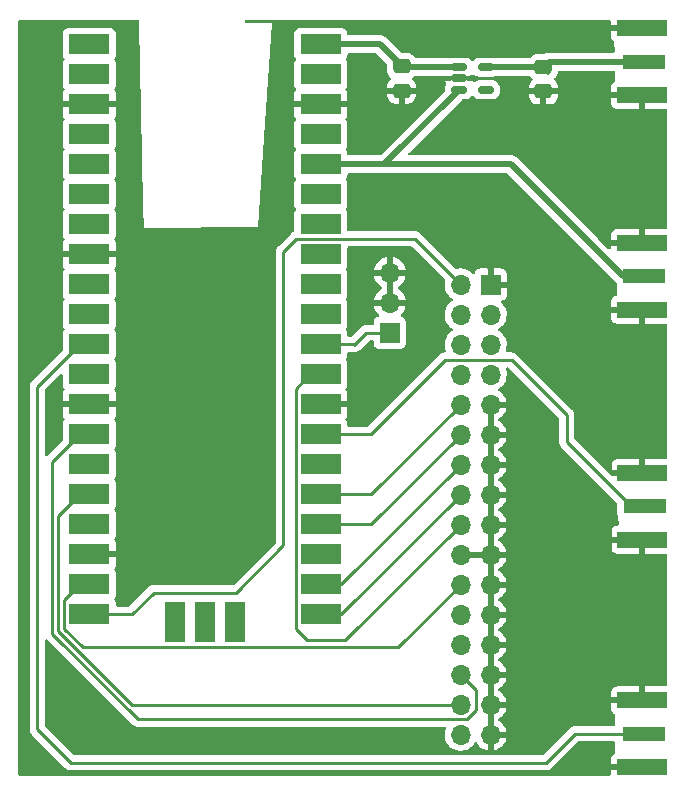
<source format=gbr>
%TF.GenerationSoftware,KiCad,Pcbnew,(6.0.10)*%
%TF.CreationDate,2023-01-25T11:02:48-05:00*%
%TF.ProjectId,dds-sweeper-board,6464732d-7377-4656-9570-65722d626f61,0*%
%TF.SameCoordinates,Original*%
%TF.FileFunction,Copper,L1,Top*%
%TF.FilePolarity,Positive*%
%FSLAX46Y46*%
G04 Gerber Fmt 4.6, Leading zero omitted, Abs format (unit mm)*
G04 Created by KiCad (PCBNEW (6.0.10)) date 2023-01-25 11:02:48*
%MOMM*%
%LPD*%
G01*
G04 APERTURE LIST*
G04 Aperture macros list*
%AMRoundRect*
0 Rectangle with rounded corners*
0 $1 Rounding radius*
0 $2 $3 $4 $5 $6 $7 $8 $9 X,Y pos of 4 corners*
0 Add a 4 corners polygon primitive as box body*
4,1,4,$2,$3,$4,$5,$6,$7,$8,$9,$2,$3,0*
0 Add four circle primitives for the rounded corners*
1,1,$1+$1,$2,$3*
1,1,$1+$1,$4,$5*
1,1,$1+$1,$6,$7*
1,1,$1+$1,$8,$9*
0 Add four rect primitives between the rounded corners*
20,1,$1+$1,$2,$3,$4,$5,0*
20,1,$1+$1,$4,$5,$6,$7,0*
20,1,$1+$1,$6,$7,$8,$9,0*
20,1,$1+$1,$8,$9,$2,$3,0*%
G04 Aperture macros list end*
%TA.AperFunction,SMDPad,CuDef*%
%ADD10R,3.600000X1.270000*%
%TD*%
%TA.AperFunction,SMDPad,CuDef*%
%ADD11R,4.200000X1.350000*%
%TD*%
%TA.AperFunction,SMDPad,CuDef*%
%ADD12RoundRect,0.150000X-0.512500X-0.150000X0.512500X-0.150000X0.512500X0.150000X-0.512500X0.150000X0*%
%TD*%
%TA.AperFunction,ComponentPad*%
%ADD13R,1.700000X1.700000*%
%TD*%
%TA.AperFunction,ComponentPad*%
%ADD14O,1.700000X1.700000*%
%TD*%
%TA.AperFunction,SMDPad,CuDef*%
%ADD15RoundRect,0.250000X0.475000X-0.337500X0.475000X0.337500X-0.475000X0.337500X-0.475000X-0.337500X0*%
%TD*%
%TA.AperFunction,SMDPad,CuDef*%
%ADD16R,3.500000X1.700000*%
%TD*%
%TA.AperFunction,SMDPad,CuDef*%
%ADD17R,1.700000X3.500000*%
%TD*%
%TA.AperFunction,SMDPad,CuDef*%
%ADD18RoundRect,0.250000X-0.475000X0.337500X-0.475000X-0.337500X0.475000X-0.337500X0.475000X0.337500X0*%
%TD*%
%TA.AperFunction,Conductor*%
%ADD19C,0.254000*%
%TD*%
%TA.AperFunction,Conductor*%
%ADD20C,0.500000*%
%TD*%
G04 APERTURE END LIST*
D10*
X85530000Y-56220000D03*
D11*
X85330000Y-59045000D03*
X85330000Y-53395000D03*
D10*
X85550000Y-38050000D03*
D11*
X85350000Y-35225000D03*
X85350000Y-40875000D03*
D12*
X69862500Y-38512500D03*
X69862500Y-39462500D03*
X69862500Y-40412500D03*
X72137500Y-40412500D03*
X72137500Y-38512500D03*
D13*
X64000000Y-61000000D03*
D14*
X64000000Y-58460000D03*
X64000000Y-55920000D03*
D15*
X65000000Y-40500000D03*
X65000000Y-38425000D03*
D10*
X85550000Y-94960000D03*
D11*
X85350000Y-92135000D03*
X85350000Y-97785000D03*
D10*
X85590000Y-75690000D03*
D11*
X85390000Y-78515000D03*
X85390000Y-72865000D03*
D16*
X38570000Y-36575000D03*
X38570000Y-39115000D03*
X38570000Y-41655000D03*
X38570000Y-44195000D03*
X38570000Y-46735000D03*
X38570000Y-49275000D03*
X38570000Y-51815000D03*
X38570000Y-54355000D03*
X38570000Y-56895000D03*
X38570000Y-59435000D03*
X38570000Y-61975000D03*
X38570000Y-64515000D03*
X38570000Y-67055000D03*
X38570000Y-69595000D03*
X38570000Y-72135000D03*
X38570000Y-74675000D03*
X38570000Y-77215000D03*
X38570000Y-79755000D03*
X38570000Y-82295000D03*
X38570000Y-84835000D03*
X58150000Y-84835000D03*
X58150000Y-82295000D03*
X58150000Y-79755000D03*
X58150000Y-77215000D03*
X58150000Y-74675000D03*
X58150000Y-72135000D03*
X58150000Y-69595000D03*
X58150000Y-67055000D03*
X58150000Y-64515000D03*
X58150000Y-61975000D03*
X58150000Y-59435000D03*
X58150000Y-56895000D03*
X58150000Y-54355000D03*
X58150000Y-51815000D03*
X58150000Y-49275000D03*
X58150000Y-46735000D03*
X58150000Y-44195000D03*
X58150000Y-41655000D03*
X58150000Y-39115000D03*
X58150000Y-36575000D03*
D17*
X45820000Y-85505000D03*
X48360000Y-85505000D03*
X50900000Y-85505000D03*
D14*
X70000000Y-56920000D03*
X70000000Y-59460000D03*
X70000000Y-62000000D03*
X70000000Y-64540000D03*
X70000000Y-67080000D03*
X70000000Y-69620000D03*
X70000000Y-72160000D03*
X70000000Y-74700000D03*
X70000000Y-77240000D03*
X70000000Y-79780000D03*
X70000000Y-82320000D03*
X70000000Y-84860000D03*
X70000000Y-87400000D03*
X70000000Y-89940000D03*
X70000000Y-92480000D03*
X70000000Y-95020000D03*
X72540000Y-95020000D03*
X72540000Y-92480000D03*
X72540000Y-89940000D03*
X72540000Y-87400000D03*
X72540000Y-84860000D03*
X72540000Y-82320000D03*
X72540000Y-79780000D03*
X72540000Y-77240000D03*
X72540000Y-74700000D03*
X72540000Y-72160000D03*
X72540000Y-69620000D03*
X72540000Y-67080000D03*
X72540000Y-64540000D03*
X72540000Y-62000000D03*
X72540000Y-59460000D03*
D13*
X72540000Y-56920000D03*
D18*
X77000000Y-38500000D03*
X77000000Y-40575000D03*
D19*
X42165000Y-84835000D02*
X44000000Y-83000000D01*
X51000000Y-83000000D02*
X55000000Y-79000000D01*
X55000000Y-79000000D02*
X55000000Y-54143000D01*
X66126000Y-53046000D02*
X70000000Y-56920000D01*
X44000000Y-83000000D02*
X51000000Y-83000000D01*
X55000000Y-54143000D02*
X56097000Y-53046000D01*
X56097000Y-53046000D02*
X66126000Y-53046000D01*
X39470000Y-84835000D02*
X42165000Y-84835000D01*
X57250000Y-74675000D02*
X62405000Y-74675000D01*
X62405000Y-74675000D02*
X70000000Y-67080000D01*
X62405000Y-77215000D02*
X70000000Y-69620000D01*
X57250000Y-77215000D02*
X62405000Y-77215000D01*
X59865000Y-82295000D02*
X70000000Y-72160000D01*
X57250000Y-82295000D02*
X59865000Y-82295000D01*
X59865000Y-84835000D02*
X70000000Y-74700000D01*
X57250000Y-84835000D02*
X59865000Y-84835000D01*
X57250000Y-64515000D02*
X56019000Y-65746000D01*
X56953000Y-87000000D02*
X60240000Y-87000000D01*
X56019000Y-65746000D02*
X56019000Y-86066000D01*
X56019000Y-86066000D02*
X56953000Y-87000000D01*
X60240000Y-87000000D02*
X70000000Y-77240000D01*
X39470000Y-82295000D02*
X37748000Y-82295000D01*
X36439000Y-83604000D02*
X36439000Y-86066000D01*
X64684000Y-87636000D02*
X70000000Y-82320000D01*
X38009000Y-87636000D02*
X64684000Y-87636000D01*
X36439000Y-86066000D02*
X38009000Y-87636000D01*
X37748000Y-82295000D02*
X36439000Y-83604000D01*
X42647160Y-93711000D02*
X70509897Y-93711000D01*
X71309000Y-91249000D02*
X70000000Y-89940000D01*
X35423002Y-86486842D02*
X42647160Y-93711000D01*
X39470000Y-69595000D02*
X37748000Y-69595000D01*
X71309000Y-92911897D02*
X71309000Y-91249000D01*
X70509897Y-93711000D02*
X71309000Y-92911897D01*
X35423000Y-71920000D02*
X35423002Y-86486842D01*
X37748000Y-69595000D02*
X35423000Y-71920000D01*
X35931000Y-76492000D02*
X35931001Y-86276421D01*
X39470000Y-74675000D02*
X37748000Y-74675000D01*
X35931001Y-86276421D02*
X42134580Y-92480000D01*
X37748000Y-74675000D02*
X35931000Y-76492000D01*
X42134580Y-92480000D02*
X70000000Y-92480000D01*
D20*
X57250000Y-36575000D02*
X63150000Y-36575000D01*
X69862500Y-38512500D02*
X65087500Y-38512500D01*
X65087500Y-38512500D02*
X65000000Y-38425000D01*
X63150000Y-36575000D02*
X65000000Y-38425000D01*
X77450000Y-38050000D02*
X85550000Y-38050000D01*
X76987500Y-38512500D02*
X77000000Y-38500000D01*
X77000000Y-38500000D02*
X77450000Y-38050000D01*
X77400000Y-38900000D02*
X77000000Y-38500000D01*
X72137500Y-38512500D02*
X76987500Y-38512500D01*
D19*
X68691000Y-63309000D02*
X74309000Y-63309000D01*
X79000000Y-68000000D02*
X79000000Y-70265000D01*
X57250000Y-69595000D02*
X62405000Y-69595000D01*
X79000000Y-70265000D02*
X84425000Y-75690000D01*
X74309000Y-63309000D02*
X79000000Y-68000000D01*
X84425000Y-75690000D02*
X85590000Y-75690000D01*
X62405000Y-69595000D02*
X68691000Y-63309000D01*
D20*
X57250000Y-46735000D02*
X74255000Y-46735000D01*
X63540000Y-46735000D02*
X69862500Y-40412500D01*
X57250000Y-46735000D02*
X63540000Y-46735000D01*
X74255000Y-46735000D02*
X83720000Y-56200000D01*
D19*
X39470000Y-61975000D02*
X37748000Y-61975000D01*
X34150000Y-65573000D02*
X34150000Y-94560000D01*
X77210000Y-97430000D02*
X79680000Y-94960000D01*
X37020000Y-97430000D02*
X77210000Y-97430000D01*
X34150000Y-94560000D02*
X37020000Y-97430000D01*
X79680000Y-94960000D02*
X85550000Y-94960000D01*
X37748000Y-61975000D02*
X34150000Y-65573000D01*
X62000000Y-61000000D02*
X64000000Y-61000000D01*
X57250000Y-61975000D02*
X57275000Y-62000000D01*
X60975000Y-61975000D02*
X61000000Y-62000000D01*
X57250000Y-61975000D02*
X60975000Y-61975000D01*
X61000000Y-62000000D02*
X62000000Y-61000000D01*
%TA.AperFunction,Conductor*%
G36*
X42752287Y-34528502D02*
G01*
X42798780Y-34582158D01*
X42808884Y-34652432D01*
X42779022Y-34717435D01*
X42776753Y-34720030D01*
X42770000Y-34720000D01*
X43016271Y-46016047D01*
X43111231Y-50371705D01*
X43150000Y-52150000D01*
X43163211Y-52149851D01*
X43163213Y-52149851D01*
X52861885Y-52040205D01*
X52861886Y-52040205D01*
X52880000Y-52040000D01*
X53450536Y-43242540D01*
X53998828Y-34788079D01*
X53998828Y-34788077D01*
X54000000Y-34770000D01*
X53984529Y-34769931D01*
X51866075Y-34760499D01*
X51798044Y-34740194D01*
X51751790Y-34686331D01*
X51742000Y-34616013D01*
X51771780Y-34551564D01*
X51831676Y-34513447D01*
X51866636Y-34508500D01*
X82616000Y-34508500D01*
X82684121Y-34528502D01*
X82730614Y-34582158D01*
X82742000Y-34634500D01*
X82742000Y-34952885D01*
X82746475Y-34968124D01*
X82747865Y-34969329D01*
X82755548Y-34971000D01*
X85478000Y-34971000D01*
X85546121Y-34991002D01*
X85592614Y-35044658D01*
X85604000Y-35097000D01*
X85604000Y-35353000D01*
X85583998Y-35421121D01*
X85530342Y-35467614D01*
X85478000Y-35479000D01*
X82760116Y-35479000D01*
X82744877Y-35483475D01*
X82743672Y-35484865D01*
X82742001Y-35492548D01*
X82742001Y-35944669D01*
X82742371Y-35951490D01*
X82747895Y-36002352D01*
X82751521Y-36017604D01*
X82796676Y-36138054D01*
X82805214Y-36153649D01*
X82881715Y-36255724D01*
X82894276Y-36268285D01*
X82973021Y-36327301D01*
X83015536Y-36384160D01*
X83023449Y-36426797D01*
X83031231Y-37164170D01*
X83011949Y-37232498D01*
X82958787Y-37279555D01*
X82905238Y-37291500D01*
X77517070Y-37291500D01*
X77498120Y-37290067D01*
X77483885Y-37287901D01*
X77483881Y-37287901D01*
X77476651Y-37286801D01*
X77469359Y-37287394D01*
X77469356Y-37287394D01*
X77423982Y-37291085D01*
X77413767Y-37291500D01*
X77405707Y-37291500D01*
X77392417Y-37293049D01*
X77377493Y-37294789D01*
X77373118Y-37295222D01*
X77307661Y-37300546D01*
X77307658Y-37300547D01*
X77300363Y-37301140D01*
X77293399Y-37303396D01*
X77287440Y-37304587D01*
X77281585Y-37305971D01*
X77274319Y-37306818D01*
X77205673Y-37331735D01*
X77201545Y-37333152D01*
X77139064Y-37353393D01*
X77139062Y-37353394D01*
X77132101Y-37355649D01*
X77125846Y-37359445D01*
X77120372Y-37361951D01*
X77114941Y-37364670D01*
X77108063Y-37367167D01*
X77101946Y-37371178D01*
X77101937Y-37371182D01*
X77083345Y-37383372D01*
X77014261Y-37404000D01*
X76474600Y-37404000D01*
X76471354Y-37404337D01*
X76471350Y-37404337D01*
X76375692Y-37414262D01*
X76375688Y-37414263D01*
X76368834Y-37414974D01*
X76362298Y-37417155D01*
X76362296Y-37417155D01*
X76235374Y-37459500D01*
X76201054Y-37470950D01*
X76050652Y-37564022D01*
X75925695Y-37689197D01*
X75921854Y-37695428D01*
X75917317Y-37701173D01*
X75915987Y-37700123D01*
X75869893Y-37741608D01*
X75815403Y-37754000D01*
X72933754Y-37754000D01*
X72898602Y-37748997D01*
X72760011Y-37708733D01*
X72760007Y-37708732D01*
X72753831Y-37706938D01*
X72747426Y-37706434D01*
X72747421Y-37706433D01*
X72718958Y-37704193D01*
X72718950Y-37704193D01*
X72716502Y-37704000D01*
X71558498Y-37704000D01*
X71556050Y-37704193D01*
X71556042Y-37704193D01*
X71527579Y-37706433D01*
X71527574Y-37706434D01*
X71521169Y-37706938D01*
X71428027Y-37733998D01*
X71369012Y-37751143D01*
X71369010Y-37751144D01*
X71361399Y-37753355D01*
X71354572Y-37757392D01*
X71354573Y-37757392D01*
X71225020Y-37834009D01*
X71225017Y-37834011D01*
X71218193Y-37838047D01*
X71100547Y-37955693D01*
X71098294Y-37959502D01*
X71042004Y-38000155D01*
X70971112Y-38004006D01*
X70909391Y-37968918D01*
X70902724Y-37961224D01*
X70899453Y-37955693D01*
X70781807Y-37838047D01*
X70774983Y-37834011D01*
X70774980Y-37834009D01*
X70645427Y-37757392D01*
X70645428Y-37757392D01*
X70638601Y-37753355D01*
X70630990Y-37751144D01*
X70630988Y-37751143D01*
X70571973Y-37733998D01*
X70478831Y-37706938D01*
X70472426Y-37706434D01*
X70472421Y-37706433D01*
X70443958Y-37704193D01*
X70443950Y-37704193D01*
X70441502Y-37704000D01*
X69283498Y-37704000D01*
X69281050Y-37704193D01*
X69281042Y-37704193D01*
X69252579Y-37706433D01*
X69252574Y-37706434D01*
X69246169Y-37706938D01*
X69239993Y-37708732D01*
X69239989Y-37708733D01*
X69101398Y-37748997D01*
X69066246Y-37754000D01*
X66230840Y-37754000D01*
X66162719Y-37733998D01*
X66123696Y-37694303D01*
X66077332Y-37619380D01*
X66073478Y-37613152D01*
X65948303Y-37488195D01*
X65920327Y-37470950D01*
X65803968Y-37399225D01*
X65803966Y-37399224D01*
X65797738Y-37395385D01*
X65671464Y-37353502D01*
X65636389Y-37341868D01*
X65636387Y-37341868D01*
X65629861Y-37339703D01*
X65623025Y-37339003D01*
X65623022Y-37339002D01*
X65579969Y-37334591D01*
X65525400Y-37329000D01*
X65028871Y-37329000D01*
X64960750Y-37308998D01*
X64939776Y-37292095D01*
X63733770Y-36086089D01*
X63721384Y-36071677D01*
X63712851Y-36060082D01*
X63712846Y-36060077D01*
X63708508Y-36054182D01*
X63702930Y-36049443D01*
X63702927Y-36049440D01*
X63668232Y-36019965D01*
X63660716Y-36013035D01*
X63655021Y-36007340D01*
X63648716Y-36002352D01*
X63632749Y-35989719D01*
X63629345Y-35986928D01*
X63579297Y-35944409D01*
X63579295Y-35944408D01*
X63573715Y-35939667D01*
X63567199Y-35936339D01*
X63562150Y-35932972D01*
X63557021Y-35929805D01*
X63551284Y-35925266D01*
X63485125Y-35894345D01*
X63481225Y-35892439D01*
X63416192Y-35859231D01*
X63409084Y-35857492D01*
X63403441Y-35855393D01*
X63397678Y-35853476D01*
X63391050Y-35850378D01*
X63319583Y-35835513D01*
X63315299Y-35834543D01*
X63244390Y-35817192D01*
X63238788Y-35816844D01*
X63238785Y-35816844D01*
X63233236Y-35816500D01*
X63233238Y-35816464D01*
X63229245Y-35816225D01*
X63225053Y-35815851D01*
X63217885Y-35814360D01*
X63151675Y-35816151D01*
X63140479Y-35816454D01*
X63137072Y-35816500D01*
X60534500Y-35816500D01*
X60466379Y-35796498D01*
X60419886Y-35742842D01*
X60408500Y-35690500D01*
X60408500Y-35676866D01*
X60401745Y-35614684D01*
X60350615Y-35478295D01*
X60263261Y-35361739D01*
X60146705Y-35274385D01*
X60010316Y-35223255D01*
X59948134Y-35216500D01*
X56351866Y-35216500D01*
X56289684Y-35223255D01*
X56153295Y-35274385D01*
X56036739Y-35361739D01*
X55949385Y-35478295D01*
X55898255Y-35614684D01*
X55891500Y-35676866D01*
X55891500Y-37473134D01*
X55898255Y-37535316D01*
X55949385Y-37671705D01*
X56011062Y-37754000D01*
X56022630Y-37769435D01*
X56047478Y-37835941D01*
X56032425Y-37905324D01*
X56022632Y-37920562D01*
X55949385Y-38018295D01*
X55898255Y-38154684D01*
X55891500Y-38216866D01*
X55891500Y-40013134D01*
X55898255Y-40075316D01*
X55949385Y-40211705D01*
X55975088Y-40246000D01*
X56022942Y-40309852D01*
X56047790Y-40376358D01*
X56032737Y-40445741D01*
X56022942Y-40460982D01*
X55955214Y-40551351D01*
X55946676Y-40566946D01*
X55901522Y-40687394D01*
X55897895Y-40702649D01*
X55892369Y-40753514D01*
X55892000Y-40760328D01*
X55892000Y-41382885D01*
X55896475Y-41398124D01*
X55897865Y-41399329D01*
X55905548Y-41401000D01*
X60389884Y-41401000D01*
X60405123Y-41396525D01*
X60406328Y-41395135D01*
X60407999Y-41387452D01*
X60407999Y-40884595D01*
X63767001Y-40884595D01*
X63767338Y-40891114D01*
X63777257Y-40986706D01*
X63780149Y-41000100D01*
X63831588Y-41154284D01*
X63837761Y-41167462D01*
X63923063Y-41305307D01*
X63932099Y-41316708D01*
X64046829Y-41431239D01*
X64058240Y-41440251D01*
X64196243Y-41525316D01*
X64209424Y-41531463D01*
X64363710Y-41582638D01*
X64377086Y-41585505D01*
X64471438Y-41595172D01*
X64477854Y-41595500D01*
X64727885Y-41595500D01*
X64743124Y-41591025D01*
X64744329Y-41589635D01*
X64746000Y-41581952D01*
X64746000Y-41577384D01*
X65254000Y-41577384D01*
X65258475Y-41592623D01*
X65259865Y-41593828D01*
X65267548Y-41595499D01*
X65522095Y-41595499D01*
X65528614Y-41595162D01*
X65624206Y-41585243D01*
X65637600Y-41582351D01*
X65791784Y-41530912D01*
X65804962Y-41524739D01*
X65942807Y-41439437D01*
X65954208Y-41430401D01*
X66068739Y-41315671D01*
X66077751Y-41304260D01*
X66162816Y-41166257D01*
X66168963Y-41153076D01*
X66220138Y-40998790D01*
X66223005Y-40985414D01*
X66232672Y-40891062D01*
X66233000Y-40884646D01*
X66233000Y-40772115D01*
X66228525Y-40756876D01*
X66227135Y-40755671D01*
X66219452Y-40754000D01*
X65272115Y-40754000D01*
X65256876Y-40758475D01*
X65255671Y-40759865D01*
X65254000Y-40767548D01*
X65254000Y-41577384D01*
X64746000Y-41577384D01*
X64746000Y-40772115D01*
X64741525Y-40756876D01*
X64740135Y-40755671D01*
X64732452Y-40754000D01*
X63785116Y-40754000D01*
X63769877Y-40758475D01*
X63768672Y-40759865D01*
X63767001Y-40767548D01*
X63767001Y-40884595D01*
X60407999Y-40884595D01*
X60407999Y-40760331D01*
X60407629Y-40753510D01*
X60402105Y-40702648D01*
X60398479Y-40687396D01*
X60353324Y-40566946D01*
X60344786Y-40551351D01*
X60277058Y-40460982D01*
X60252210Y-40394475D01*
X60267263Y-40325093D01*
X60277058Y-40309852D01*
X60324912Y-40246000D01*
X60350615Y-40211705D01*
X60401745Y-40075316D01*
X60408500Y-40013134D01*
X60408500Y-38216866D01*
X60401745Y-38154684D01*
X60350615Y-38018295D01*
X60277370Y-37920564D01*
X60252522Y-37854059D01*
X60267575Y-37784676D01*
X60277370Y-37769435D01*
X60288938Y-37754000D01*
X60350615Y-37671705D01*
X60401745Y-37535316D01*
X60408500Y-37473134D01*
X60408500Y-37459500D01*
X60428502Y-37391379D01*
X60482158Y-37344886D01*
X60534500Y-37333500D01*
X62783629Y-37333500D01*
X62851750Y-37353502D01*
X62872724Y-37370405D01*
X63729595Y-38227276D01*
X63763621Y-38289588D01*
X63766500Y-38316371D01*
X63766500Y-38812900D01*
X63766837Y-38816146D01*
X63766837Y-38816150D01*
X63774282Y-38887900D01*
X63777474Y-38918666D01*
X63779655Y-38925202D01*
X63779655Y-38925204D01*
X63823728Y-39057306D01*
X63833450Y-39086446D01*
X63926522Y-39236848D01*
X64051697Y-39361805D01*
X64056235Y-39364602D01*
X64096824Y-39421853D01*
X64100054Y-39492776D01*
X64064428Y-39554187D01*
X64055932Y-39561562D01*
X64045793Y-39569598D01*
X63931261Y-39684329D01*
X63922249Y-39695740D01*
X63837184Y-39833743D01*
X63831037Y-39846924D01*
X63779862Y-40001210D01*
X63776995Y-40014586D01*
X63767328Y-40108938D01*
X63767000Y-40115355D01*
X63767000Y-40227885D01*
X63771475Y-40243124D01*
X63772865Y-40244329D01*
X63780548Y-40246000D01*
X66214884Y-40246000D01*
X66230123Y-40241525D01*
X66231328Y-40240135D01*
X66232999Y-40232452D01*
X66232999Y-40115405D01*
X66232662Y-40108886D01*
X66222743Y-40013294D01*
X66219851Y-39999900D01*
X66168412Y-39845716D01*
X66162239Y-39832538D01*
X66076937Y-39694693D01*
X66067901Y-39683292D01*
X65953172Y-39568762D01*
X65944238Y-39561706D01*
X65903177Y-39503788D01*
X65899947Y-39432865D01*
X65935574Y-39371454D01*
X65943407Y-39364654D01*
X65949348Y-39360978D01*
X65954521Y-39355796D01*
X66002252Y-39307982D01*
X66064535Y-39273903D01*
X66091425Y-39271000D01*
X69066246Y-39271000D01*
X69101398Y-39276003D01*
X69239989Y-39316267D01*
X69239993Y-39316268D01*
X69246169Y-39318062D01*
X69252574Y-39318566D01*
X69252579Y-39318567D01*
X69281042Y-39320807D01*
X69281050Y-39320807D01*
X69283498Y-39321000D01*
X70441502Y-39321000D01*
X70443950Y-39320807D01*
X70443958Y-39320807D01*
X70472421Y-39318567D01*
X70472426Y-39318566D01*
X70478831Y-39318062D01*
X70623601Y-39276003D01*
X70630988Y-39273857D01*
X70630990Y-39273856D01*
X70638601Y-39271645D01*
X70715703Y-39226047D01*
X70779842Y-39208500D01*
X71011878Y-39208500D01*
X71027116Y-39204026D01*
X71035268Y-39194618D01*
X71094994Y-39156234D01*
X71165990Y-39156234D01*
X71207720Y-39177571D01*
X71212585Y-39181345D01*
X71218193Y-39186953D01*
X71225017Y-39190989D01*
X71225020Y-39190991D01*
X71311308Y-39242021D01*
X71361399Y-39271645D01*
X71369010Y-39273856D01*
X71369012Y-39273857D01*
X71376399Y-39276003D01*
X71521169Y-39318062D01*
X71527574Y-39318566D01*
X71527579Y-39318567D01*
X71556042Y-39320807D01*
X71556050Y-39320807D01*
X71558498Y-39321000D01*
X72716502Y-39321000D01*
X72718950Y-39320807D01*
X72718958Y-39320807D01*
X72747421Y-39318567D01*
X72747426Y-39318566D01*
X72753831Y-39318062D01*
X72760007Y-39316268D01*
X72760011Y-39316267D01*
X72898602Y-39276003D01*
X72933754Y-39271000D01*
X75834317Y-39271000D01*
X75902438Y-39291002D01*
X75926016Y-39312355D01*
X75926522Y-39311848D01*
X76051697Y-39436805D01*
X76056235Y-39439602D01*
X76096824Y-39496853D01*
X76100054Y-39567776D01*
X76064428Y-39629187D01*
X76055932Y-39636562D01*
X76045793Y-39644598D01*
X75931261Y-39759329D01*
X75922249Y-39770740D01*
X75837184Y-39908743D01*
X75831037Y-39921924D01*
X75779862Y-40076210D01*
X75776995Y-40089586D01*
X75767328Y-40183938D01*
X75767000Y-40190355D01*
X75767000Y-40302885D01*
X75771475Y-40318124D01*
X75772865Y-40319329D01*
X75780548Y-40321000D01*
X78214884Y-40321000D01*
X78230123Y-40316525D01*
X78231328Y-40315135D01*
X78232999Y-40307452D01*
X78232999Y-40190405D01*
X78232662Y-40183886D01*
X78222743Y-40088294D01*
X78219851Y-40074900D01*
X78168412Y-39920716D01*
X78162239Y-39907538D01*
X78076937Y-39769693D01*
X78067901Y-39758292D01*
X77953172Y-39643762D01*
X77944238Y-39636706D01*
X77903177Y-39578788D01*
X77899947Y-39507865D01*
X77935574Y-39446454D01*
X77943408Y-39439654D01*
X77949348Y-39435978D01*
X78074305Y-39310803D01*
X78097079Y-39273857D01*
X78163275Y-39166468D01*
X78163276Y-39166466D01*
X78167115Y-39160238D01*
X78222797Y-38992361D01*
X78230041Y-38921657D01*
X78256882Y-38855931D01*
X78314997Y-38815148D01*
X78355385Y-38808500D01*
X82923909Y-38808500D01*
X82992030Y-38828502D01*
X83038523Y-38882158D01*
X83049902Y-38933169D01*
X83057411Y-39644598D01*
X83057423Y-39645780D01*
X83038141Y-39714108D01*
X83002163Y-39747993D01*
X83003538Y-39749828D01*
X82894276Y-39831715D01*
X82881715Y-39844276D01*
X82805214Y-39946351D01*
X82796676Y-39961946D01*
X82751522Y-40082394D01*
X82747895Y-40097649D01*
X82742369Y-40148514D01*
X82742000Y-40155328D01*
X82742000Y-40602885D01*
X82746475Y-40618124D01*
X82747865Y-40619329D01*
X82755548Y-40621000D01*
X85478000Y-40621000D01*
X85546121Y-40641002D01*
X85592614Y-40694658D01*
X85604000Y-40747000D01*
X85604000Y-42039884D01*
X85608475Y-42055123D01*
X85609865Y-42056328D01*
X85617548Y-42057999D01*
X87365500Y-42057999D01*
X87433621Y-42078001D01*
X87480114Y-42131657D01*
X87491500Y-42183999D01*
X87491500Y-52086000D01*
X87471498Y-52154121D01*
X87417842Y-52200614D01*
X87365500Y-52212000D01*
X85602115Y-52212000D01*
X85586876Y-52216475D01*
X85585671Y-52217865D01*
X85584000Y-52225548D01*
X85584000Y-53523000D01*
X85563998Y-53591121D01*
X85510342Y-53637614D01*
X85458000Y-53649000D01*
X82740116Y-53649000D01*
X82724877Y-53653475D01*
X82723672Y-53654865D01*
X82722001Y-53662548D01*
X82722001Y-53825130D01*
X82701999Y-53893251D01*
X82648343Y-53939744D01*
X82578069Y-53949848D01*
X82513489Y-53920354D01*
X82506906Y-53914225D01*
X81715566Y-53122885D01*
X82722000Y-53122885D01*
X82726475Y-53138124D01*
X82727865Y-53139329D01*
X82735548Y-53141000D01*
X85057885Y-53141000D01*
X85073124Y-53136525D01*
X85074329Y-53135135D01*
X85076000Y-53127452D01*
X85076000Y-52230116D01*
X85071525Y-52214877D01*
X85070135Y-52213672D01*
X85062452Y-52212001D01*
X83185331Y-52212001D01*
X83178510Y-52212371D01*
X83127648Y-52217895D01*
X83112396Y-52221521D01*
X82991946Y-52266676D01*
X82976351Y-52275214D01*
X82874276Y-52351715D01*
X82861715Y-52364276D01*
X82785214Y-52466351D01*
X82776676Y-52481946D01*
X82731522Y-52602394D01*
X82727895Y-52617649D01*
X82722369Y-52668514D01*
X82722000Y-52675328D01*
X82722000Y-53122885D01*
X81715566Y-53122885D01*
X74838770Y-46246089D01*
X74826384Y-46231677D01*
X74817851Y-46220082D01*
X74817846Y-46220077D01*
X74813508Y-46214182D01*
X74807930Y-46209443D01*
X74807927Y-46209440D01*
X74773232Y-46179965D01*
X74765716Y-46173035D01*
X74760021Y-46167340D01*
X74753880Y-46162482D01*
X74737749Y-46149719D01*
X74734345Y-46146928D01*
X74684297Y-46104409D01*
X74684295Y-46104408D01*
X74678715Y-46099667D01*
X74672199Y-46096339D01*
X74667150Y-46092972D01*
X74662021Y-46089805D01*
X74656284Y-46085266D01*
X74590125Y-46054345D01*
X74586225Y-46052439D01*
X74521192Y-46019231D01*
X74514084Y-46017492D01*
X74508441Y-46015393D01*
X74502678Y-46013476D01*
X74496050Y-46010378D01*
X74424583Y-45995513D01*
X74420299Y-45994543D01*
X74349390Y-45977192D01*
X74343788Y-45976844D01*
X74343785Y-45976844D01*
X74338236Y-45976500D01*
X74338238Y-45976464D01*
X74334245Y-45976225D01*
X74330053Y-45975851D01*
X74322885Y-45974360D01*
X74256675Y-45976151D01*
X74245479Y-45976454D01*
X74242072Y-45976500D01*
X65675371Y-45976500D01*
X65607250Y-45956498D01*
X65560757Y-45902842D01*
X65550653Y-45832568D01*
X65580147Y-45767988D01*
X65586276Y-45761405D01*
X70089776Y-41257905D01*
X70152088Y-41223879D01*
X70178871Y-41221000D01*
X70441502Y-41221000D01*
X70443950Y-41220807D01*
X70443958Y-41220807D01*
X70472421Y-41218567D01*
X70472426Y-41218566D01*
X70478831Y-41218062D01*
X70578769Y-41189028D01*
X70630988Y-41173857D01*
X70630990Y-41173856D01*
X70638601Y-41171645D01*
X70687801Y-41142548D01*
X70774980Y-41090991D01*
X70774983Y-41090989D01*
X70781807Y-41086953D01*
X70899453Y-40969307D01*
X70901706Y-40965498D01*
X70957996Y-40924845D01*
X71028888Y-40920994D01*
X71090609Y-40956082D01*
X71097276Y-40963776D01*
X71100547Y-40969307D01*
X71218193Y-41086953D01*
X71225017Y-41090989D01*
X71225020Y-41090991D01*
X71312199Y-41142548D01*
X71361399Y-41171645D01*
X71369010Y-41173856D01*
X71369012Y-41173857D01*
X71421231Y-41189028D01*
X71521169Y-41218062D01*
X71527574Y-41218566D01*
X71527579Y-41218567D01*
X71556042Y-41220807D01*
X71556050Y-41220807D01*
X71558498Y-41221000D01*
X72716502Y-41221000D01*
X72718950Y-41220807D01*
X72718958Y-41220807D01*
X72747421Y-41218567D01*
X72747426Y-41218566D01*
X72753831Y-41218062D01*
X72853769Y-41189028D01*
X72905988Y-41173857D01*
X72905990Y-41173856D01*
X72913601Y-41171645D01*
X72962801Y-41142548D01*
X73049980Y-41090991D01*
X73049983Y-41090989D01*
X73056807Y-41086953D01*
X73174453Y-40969307D01*
X73178489Y-40962483D01*
X73178491Y-40962480D01*
X73180197Y-40959595D01*
X75767001Y-40959595D01*
X75767338Y-40966114D01*
X75777257Y-41061706D01*
X75780149Y-41075100D01*
X75831588Y-41229284D01*
X75837761Y-41242462D01*
X75923063Y-41380307D01*
X75932099Y-41391708D01*
X76046829Y-41506239D01*
X76058240Y-41515251D01*
X76196243Y-41600316D01*
X76209424Y-41606463D01*
X76363710Y-41657638D01*
X76377086Y-41660505D01*
X76471438Y-41670172D01*
X76477854Y-41670500D01*
X76727885Y-41670500D01*
X76743124Y-41666025D01*
X76744329Y-41664635D01*
X76746000Y-41656952D01*
X76746000Y-41652384D01*
X77254000Y-41652384D01*
X77258475Y-41667623D01*
X77259865Y-41668828D01*
X77267548Y-41670499D01*
X77522095Y-41670499D01*
X77528614Y-41670162D01*
X77624206Y-41660243D01*
X77637600Y-41657351D01*
X77791784Y-41605912D01*
X77804962Y-41599739D01*
X77813155Y-41594669D01*
X82742001Y-41594669D01*
X82742371Y-41601490D01*
X82747895Y-41652352D01*
X82751521Y-41667604D01*
X82796676Y-41788054D01*
X82805214Y-41803649D01*
X82881715Y-41905724D01*
X82894276Y-41918285D01*
X82996351Y-41994786D01*
X83011946Y-42003324D01*
X83132394Y-42048478D01*
X83147649Y-42052105D01*
X83198514Y-42057631D01*
X83205328Y-42058000D01*
X85077885Y-42058000D01*
X85093124Y-42053525D01*
X85094329Y-42052135D01*
X85096000Y-42044452D01*
X85096000Y-41147115D01*
X85091525Y-41131876D01*
X85090135Y-41130671D01*
X85082452Y-41129000D01*
X82760116Y-41129000D01*
X82744877Y-41133475D01*
X82743672Y-41134865D01*
X82742001Y-41142548D01*
X82742001Y-41594669D01*
X77813155Y-41594669D01*
X77942807Y-41514437D01*
X77954208Y-41505401D01*
X78068739Y-41390671D01*
X78077751Y-41379260D01*
X78162816Y-41241257D01*
X78168963Y-41228076D01*
X78220138Y-41073790D01*
X78223005Y-41060414D01*
X78232672Y-40966062D01*
X78233000Y-40959646D01*
X78233000Y-40847115D01*
X78228525Y-40831876D01*
X78227135Y-40830671D01*
X78219452Y-40829000D01*
X77272115Y-40829000D01*
X77256876Y-40833475D01*
X77255671Y-40834865D01*
X77254000Y-40842548D01*
X77254000Y-41652384D01*
X76746000Y-41652384D01*
X76746000Y-40847115D01*
X76741525Y-40831876D01*
X76740135Y-40830671D01*
X76732452Y-40829000D01*
X75785116Y-40829000D01*
X75769877Y-40833475D01*
X75768672Y-40834865D01*
X75767001Y-40842548D01*
X75767001Y-40959595D01*
X73180197Y-40959595D01*
X73255108Y-40832927D01*
X73259145Y-40826101D01*
X73305562Y-40666331D01*
X73308500Y-40629002D01*
X73308500Y-40195998D01*
X73305562Y-40158669D01*
X73264268Y-40016531D01*
X73261357Y-40006512D01*
X73261356Y-40006510D01*
X73259145Y-39998899D01*
X73205114Y-39907538D01*
X73178491Y-39862520D01*
X73178489Y-39862517D01*
X73174453Y-39855693D01*
X73056807Y-39738047D01*
X73049983Y-39734011D01*
X73049980Y-39734009D01*
X72920427Y-39657392D01*
X72920428Y-39657392D01*
X72913601Y-39653355D01*
X72905990Y-39651144D01*
X72905988Y-39651143D01*
X72814700Y-39624622D01*
X72753831Y-39606938D01*
X72747426Y-39606434D01*
X72747421Y-39606433D01*
X72718958Y-39604193D01*
X72718950Y-39604193D01*
X72716502Y-39604000D01*
X71558498Y-39604000D01*
X71556050Y-39604193D01*
X71556042Y-39604193D01*
X71527579Y-39606433D01*
X71527574Y-39606434D01*
X71521169Y-39606938D01*
X71460300Y-39624622D01*
X71369012Y-39651143D01*
X71369010Y-39651144D01*
X71361399Y-39653355D01*
X71218193Y-39738047D01*
X71212584Y-39743656D01*
X71207114Y-39747899D01*
X71141029Y-39773846D01*
X71071406Y-39759945D01*
X71029884Y-39722054D01*
X71017630Y-39716500D01*
X70779842Y-39716500D01*
X70715703Y-39698953D01*
X70645427Y-39657392D01*
X70645428Y-39657392D01*
X70638601Y-39653355D01*
X70630990Y-39651144D01*
X70630988Y-39651143D01*
X70539700Y-39624622D01*
X70478831Y-39606938D01*
X70472426Y-39606434D01*
X70472421Y-39606433D01*
X70443958Y-39604193D01*
X70443950Y-39604193D01*
X70441502Y-39604000D01*
X69283498Y-39604000D01*
X69281050Y-39604193D01*
X69281042Y-39604193D01*
X69252579Y-39606433D01*
X69252574Y-39606434D01*
X69246169Y-39606938D01*
X69185300Y-39624622D01*
X69094012Y-39651143D01*
X69094010Y-39651144D01*
X69086399Y-39653355D01*
X69079572Y-39657392D01*
X69079573Y-39657392D01*
X69009297Y-39698953D01*
X68945158Y-39716500D01*
X68713122Y-39716500D01*
X68699591Y-39720473D01*
X68698456Y-39728371D01*
X68739107Y-39868290D01*
X68747128Y-39886826D01*
X68755824Y-39957288D01*
X68747128Y-39986904D01*
X68744889Y-39992077D01*
X68740855Y-39998899D01*
X68738644Y-40006510D01*
X68738643Y-40006512D01*
X68735732Y-40016531D01*
X68694438Y-40158669D01*
X68691500Y-40195998D01*
X68691500Y-40458629D01*
X68671498Y-40526750D01*
X68654595Y-40547724D01*
X63262724Y-45939595D01*
X63200412Y-45973621D01*
X63173629Y-45976500D01*
X60534500Y-45976500D01*
X60466379Y-45956498D01*
X60419886Y-45902842D01*
X60408500Y-45850500D01*
X60408500Y-45836866D01*
X60401745Y-45774684D01*
X60350615Y-45638295D01*
X60277370Y-45540564D01*
X60252522Y-45474059D01*
X60267575Y-45404676D01*
X60277370Y-45389435D01*
X60345229Y-45298891D01*
X60350615Y-45291705D01*
X60401745Y-45155316D01*
X60408500Y-45093134D01*
X60408500Y-43296866D01*
X60401745Y-43234684D01*
X60350615Y-43098295D01*
X60277058Y-43000148D01*
X60252210Y-42933642D01*
X60267263Y-42864259D01*
X60277058Y-42849018D01*
X60344786Y-42758649D01*
X60353324Y-42743054D01*
X60398478Y-42622606D01*
X60402105Y-42607351D01*
X60407631Y-42556486D01*
X60408000Y-42549672D01*
X60408000Y-41927115D01*
X60403525Y-41911876D01*
X60402135Y-41910671D01*
X60394452Y-41909000D01*
X55910116Y-41909000D01*
X55894877Y-41913475D01*
X55893672Y-41914865D01*
X55892001Y-41922548D01*
X55892001Y-42549669D01*
X55892371Y-42556490D01*
X55897895Y-42607352D01*
X55901521Y-42622604D01*
X55946676Y-42743054D01*
X55955214Y-42758649D01*
X56022942Y-42849018D01*
X56047790Y-42915525D01*
X56032737Y-42984907D01*
X56022942Y-43000148D01*
X55949385Y-43098295D01*
X55898255Y-43234684D01*
X55891500Y-43296866D01*
X55891500Y-45093134D01*
X55898255Y-45155316D01*
X55949385Y-45291705D01*
X55954771Y-45298891D01*
X56022630Y-45389435D01*
X56047478Y-45455941D01*
X56032425Y-45525324D01*
X56022632Y-45540562D01*
X55949385Y-45638295D01*
X55898255Y-45774684D01*
X55891500Y-45836866D01*
X55891500Y-47633134D01*
X55898255Y-47695316D01*
X55949385Y-47831705D01*
X55954771Y-47838891D01*
X56022630Y-47929435D01*
X56047478Y-47995941D01*
X56032425Y-48065324D01*
X56022632Y-48080562D01*
X55949385Y-48178295D01*
X55898255Y-48314684D01*
X55891500Y-48376866D01*
X55891500Y-50173134D01*
X55898255Y-50235316D01*
X55949385Y-50371705D01*
X55954771Y-50378891D01*
X56022630Y-50469435D01*
X56047478Y-50535941D01*
X56032425Y-50605324D01*
X56022632Y-50620562D01*
X55949385Y-50718295D01*
X55898255Y-50854684D01*
X55891500Y-50916866D01*
X55891500Y-52357347D01*
X55871498Y-52425468D01*
X55829643Y-52465798D01*
X55825087Y-52468492D01*
X55807341Y-52477187D01*
X55788412Y-52484681D01*
X55781996Y-52489342D01*
X55781995Y-52489343D01*
X55752519Y-52510759D01*
X55742595Y-52517278D01*
X55711224Y-52535830D01*
X55711219Y-52535834D01*
X55704401Y-52539866D01*
X55690014Y-52554253D01*
X55674980Y-52567094D01*
X55658513Y-52579058D01*
X55653460Y-52585166D01*
X55630228Y-52613249D01*
X55622238Y-52622029D01*
X54606517Y-53637750D01*
X54598191Y-53645326D01*
X54591697Y-53649447D01*
X54586274Y-53655222D01*
X54544915Y-53699265D01*
X54542160Y-53702107D01*
X54522361Y-53721906D01*
X54519937Y-53725031D01*
X54519929Y-53725040D01*
X54519863Y-53725126D01*
X54512155Y-53734151D01*
X54481783Y-53766494D01*
X54477965Y-53773438D01*
X54477964Y-53773440D01*
X54471978Y-53784329D01*
X54461127Y-53800847D01*
X54448650Y-53816933D01*
X54431024Y-53857666D01*
X54425807Y-53868314D01*
X54404431Y-53907197D01*
X54402460Y-53914872D01*
X54402458Y-53914878D01*
X54399369Y-53926911D01*
X54392966Y-53945613D01*
X54384883Y-53964292D01*
X54383644Y-53972117D01*
X54377940Y-54008127D01*
X54375535Y-54019740D01*
X54364500Y-54062718D01*
X54364500Y-54083065D01*
X54362949Y-54102776D01*
X54359765Y-54122879D01*
X54360511Y-54130771D01*
X54363941Y-54167056D01*
X54364500Y-54178914D01*
X54364500Y-78684577D01*
X54344498Y-78752698D01*
X54327595Y-78773672D01*
X50773672Y-82327595D01*
X50711360Y-82361621D01*
X50684577Y-82364500D01*
X44079032Y-82364500D01*
X44067793Y-82363970D01*
X44060281Y-82362291D01*
X44052356Y-82362540D01*
X44052355Y-82362540D01*
X43991970Y-82364438D01*
X43988012Y-82364500D01*
X43960017Y-82364500D01*
X43956083Y-82364997D01*
X43956081Y-82364997D01*
X43955994Y-82365008D01*
X43944160Y-82365940D01*
X43899795Y-82367335D01*
X43892182Y-82369547D01*
X43892181Y-82369547D01*
X43880252Y-82373013D01*
X43860888Y-82377023D01*
X43848560Y-82378580D01*
X43848558Y-82378580D01*
X43840701Y-82379573D01*
X43833337Y-82382489D01*
X43833332Y-82382490D01*
X43799444Y-82395907D01*
X43788215Y-82399752D01*
X43771535Y-82404598D01*
X43745607Y-82412131D01*
X43738780Y-82416169D01*
X43738777Y-82416170D01*
X43728094Y-82422488D01*
X43710336Y-82431188D01*
X43698785Y-82435761D01*
X43698779Y-82435765D01*
X43691412Y-82438681D01*
X43685001Y-82443339D01*
X43684999Y-82443340D01*
X43655512Y-82464764D01*
X43645590Y-82471281D01*
X43614232Y-82489826D01*
X43614228Y-82489829D01*
X43607402Y-82493866D01*
X43593018Y-82508250D01*
X43577984Y-82521091D01*
X43561513Y-82533058D01*
X43556460Y-82539166D01*
X43533223Y-82567255D01*
X43525233Y-82576035D01*
X41938672Y-84162595D01*
X41876360Y-84196621D01*
X41849577Y-84199500D01*
X40954500Y-84199500D01*
X40886379Y-84179498D01*
X40839886Y-84125842D01*
X40828500Y-84073500D01*
X40828500Y-83936866D01*
X40821745Y-83874684D01*
X40770615Y-83738295D01*
X40697370Y-83640564D01*
X40672522Y-83574059D01*
X40687575Y-83504676D01*
X40697370Y-83489435D01*
X40697723Y-83488964D01*
X40770615Y-83391705D01*
X40821745Y-83255316D01*
X40828500Y-83193134D01*
X40828500Y-81396866D01*
X40821745Y-81334684D01*
X40770615Y-81198295D01*
X40697058Y-81100148D01*
X40672210Y-81033642D01*
X40687263Y-80964259D01*
X40697058Y-80949018D01*
X40764786Y-80858649D01*
X40773324Y-80843054D01*
X40818478Y-80722606D01*
X40822105Y-80707351D01*
X40827631Y-80656486D01*
X40828000Y-80649672D01*
X40828000Y-80027115D01*
X40823525Y-80011876D01*
X40822135Y-80010671D01*
X40814452Y-80009000D01*
X38442000Y-80009000D01*
X38373879Y-79988998D01*
X38327386Y-79935342D01*
X38316000Y-79883000D01*
X38316000Y-79627000D01*
X38336002Y-79558879D01*
X38389658Y-79512386D01*
X38442000Y-79501000D01*
X40809884Y-79501000D01*
X40825123Y-79496525D01*
X40826328Y-79495135D01*
X40827999Y-79487452D01*
X40827999Y-78860331D01*
X40827629Y-78853510D01*
X40822105Y-78802648D01*
X40818479Y-78787396D01*
X40773324Y-78666946D01*
X40764786Y-78651351D01*
X40697058Y-78560982D01*
X40672210Y-78494475D01*
X40687263Y-78425093D01*
X40697058Y-78409852D01*
X40739729Y-78352916D01*
X40770615Y-78311705D01*
X40821745Y-78175316D01*
X40828500Y-78113134D01*
X40828500Y-76316866D01*
X40821745Y-76254684D01*
X40770615Y-76118295D01*
X40697370Y-76020564D01*
X40672522Y-75954059D01*
X40687575Y-75884676D01*
X40697370Y-75869435D01*
X40697723Y-75868964D01*
X40770615Y-75771705D01*
X40821745Y-75635316D01*
X40828500Y-75573134D01*
X40828500Y-73776866D01*
X40821745Y-73714684D01*
X40770615Y-73578295D01*
X40697370Y-73480564D01*
X40672522Y-73414059D01*
X40687575Y-73344676D01*
X40697370Y-73329435D01*
X40697723Y-73328964D01*
X40770615Y-73231705D01*
X40821745Y-73095316D01*
X40828500Y-73033134D01*
X40828500Y-71236866D01*
X40821745Y-71174684D01*
X40770615Y-71038295D01*
X40697370Y-70940564D01*
X40672522Y-70874059D01*
X40687575Y-70804676D01*
X40697370Y-70789435D01*
X40697723Y-70788964D01*
X40770615Y-70691705D01*
X40821745Y-70555316D01*
X40828500Y-70493134D01*
X40828500Y-68696866D01*
X40821745Y-68634684D01*
X40770615Y-68498295D01*
X40697058Y-68400148D01*
X40672210Y-68333642D01*
X40687263Y-68264259D01*
X40697058Y-68249018D01*
X40764786Y-68158649D01*
X40773324Y-68143054D01*
X40818478Y-68022606D01*
X40822105Y-68007351D01*
X40827631Y-67956486D01*
X40828000Y-67949672D01*
X40828000Y-67327115D01*
X40823525Y-67311876D01*
X40822135Y-67310671D01*
X40814452Y-67309000D01*
X36330116Y-67309000D01*
X36314877Y-67313475D01*
X36313672Y-67314865D01*
X36312001Y-67322548D01*
X36312001Y-67949669D01*
X36312371Y-67956490D01*
X36317895Y-68007352D01*
X36321521Y-68022604D01*
X36366676Y-68143054D01*
X36375214Y-68158649D01*
X36442942Y-68249018D01*
X36467790Y-68315525D01*
X36452737Y-68384907D01*
X36442942Y-68400148D01*
X36369385Y-68498295D01*
X36318255Y-68634684D01*
X36311500Y-68696866D01*
X36311500Y-70080577D01*
X36291498Y-70148698D01*
X36274595Y-70169672D01*
X35029517Y-71414750D01*
X35021191Y-71422326D01*
X35014697Y-71426447D01*
X35009273Y-71432223D01*
X35003349Y-71438531D01*
X34942136Y-71474496D01*
X34871196Y-71471657D01*
X34813052Y-71430916D01*
X34786165Y-71365207D01*
X34785500Y-71352277D01*
X34785500Y-65888422D01*
X34805502Y-65820301D01*
X34822405Y-65799327D01*
X36096405Y-64525327D01*
X36158717Y-64491301D01*
X36229532Y-64496366D01*
X36286368Y-64538913D01*
X36311179Y-64605433D01*
X36311500Y-64614422D01*
X36311500Y-65413134D01*
X36318255Y-65475316D01*
X36369385Y-65611705D01*
X36374771Y-65618891D01*
X36442942Y-65709852D01*
X36467790Y-65776358D01*
X36452737Y-65845741D01*
X36442942Y-65860982D01*
X36375214Y-65951351D01*
X36366676Y-65966946D01*
X36321522Y-66087394D01*
X36317895Y-66102649D01*
X36312369Y-66153514D01*
X36312000Y-66160328D01*
X36312000Y-66782885D01*
X36316475Y-66798124D01*
X36317865Y-66799329D01*
X36325548Y-66801000D01*
X40809884Y-66801000D01*
X40825123Y-66796525D01*
X40826328Y-66795135D01*
X40827999Y-66787452D01*
X40827999Y-66160331D01*
X40827629Y-66153510D01*
X40822105Y-66102648D01*
X40818479Y-66087396D01*
X40773324Y-65966946D01*
X40764786Y-65951351D01*
X40697058Y-65860982D01*
X40672210Y-65794475D01*
X40687263Y-65725093D01*
X40697058Y-65709852D01*
X40765229Y-65618891D01*
X40770615Y-65611705D01*
X40821745Y-65475316D01*
X40828500Y-65413134D01*
X40828500Y-63616866D01*
X40821745Y-63554684D01*
X40770615Y-63418295D01*
X40697370Y-63320564D01*
X40672522Y-63254059D01*
X40687575Y-63184676D01*
X40697370Y-63169435D01*
X40765229Y-63078891D01*
X40770615Y-63071705D01*
X40821745Y-62935316D01*
X40828500Y-62873134D01*
X40828500Y-61076866D01*
X40821745Y-61014684D01*
X40770615Y-60878295D01*
X40697370Y-60780564D01*
X40672522Y-60714059D01*
X40687575Y-60644676D01*
X40697370Y-60629435D01*
X40770615Y-60531705D01*
X40821745Y-60395316D01*
X40828500Y-60333134D01*
X40828500Y-58536866D01*
X40821745Y-58474684D01*
X40770615Y-58338295D01*
X40697370Y-58240564D01*
X40672522Y-58174059D01*
X40687575Y-58104676D01*
X40697370Y-58089435D01*
X40770615Y-57991705D01*
X40821745Y-57855316D01*
X40828500Y-57793134D01*
X40828500Y-55996866D01*
X40821745Y-55934684D01*
X40770615Y-55798295D01*
X40698232Y-55701715D01*
X40697058Y-55700148D01*
X40672210Y-55633642D01*
X40687263Y-55564259D01*
X40697058Y-55549018D01*
X40764786Y-55458649D01*
X40773324Y-55443054D01*
X40818478Y-55322606D01*
X40822105Y-55307351D01*
X40827631Y-55256486D01*
X40828000Y-55249672D01*
X40828000Y-54627115D01*
X40823525Y-54611876D01*
X40822135Y-54610671D01*
X40814452Y-54609000D01*
X36330116Y-54609000D01*
X36314877Y-54613475D01*
X36313672Y-54614865D01*
X36312001Y-54622548D01*
X36312001Y-55249669D01*
X36312371Y-55256490D01*
X36317895Y-55307352D01*
X36321521Y-55322604D01*
X36366676Y-55443054D01*
X36375214Y-55458649D01*
X36442942Y-55549018D01*
X36467790Y-55615525D01*
X36452737Y-55684907D01*
X36442942Y-55700148D01*
X36441768Y-55701715D01*
X36369385Y-55798295D01*
X36318255Y-55934684D01*
X36311500Y-55996866D01*
X36311500Y-57793134D01*
X36318255Y-57855316D01*
X36369385Y-57991705D01*
X36442630Y-58089435D01*
X36467478Y-58155941D01*
X36452425Y-58225324D01*
X36442632Y-58240562D01*
X36369385Y-58338295D01*
X36318255Y-58474684D01*
X36311500Y-58536866D01*
X36311500Y-60333134D01*
X36318255Y-60395316D01*
X36369385Y-60531705D01*
X36442630Y-60629435D01*
X36467478Y-60695941D01*
X36452425Y-60765324D01*
X36442632Y-60780562D01*
X36369385Y-60878295D01*
X36318255Y-61014684D01*
X36311500Y-61076866D01*
X36311500Y-62460577D01*
X36291498Y-62528698D01*
X36274595Y-62549672D01*
X33756517Y-65067750D01*
X33748191Y-65075326D01*
X33741697Y-65079447D01*
X33736274Y-65085222D01*
X33694915Y-65129265D01*
X33692160Y-65132107D01*
X33672361Y-65151906D01*
X33669937Y-65155031D01*
X33669929Y-65155040D01*
X33669863Y-65155126D01*
X33662155Y-65164151D01*
X33631783Y-65196494D01*
X33627965Y-65203438D01*
X33627964Y-65203440D01*
X33621978Y-65214329D01*
X33611127Y-65230847D01*
X33598650Y-65246933D01*
X33581024Y-65287666D01*
X33575807Y-65298314D01*
X33554431Y-65337197D01*
X33552460Y-65344872D01*
X33552458Y-65344878D01*
X33549369Y-65356911D01*
X33542966Y-65375613D01*
X33534883Y-65394292D01*
X33533644Y-65402117D01*
X33527940Y-65438127D01*
X33525535Y-65449740D01*
X33514500Y-65492718D01*
X33514500Y-65513065D01*
X33512949Y-65532776D01*
X33509765Y-65552879D01*
X33510511Y-65560771D01*
X33513941Y-65597056D01*
X33514500Y-65608914D01*
X33514500Y-94480980D01*
X33513970Y-94492214D01*
X33512292Y-94499719D01*
X33512541Y-94507638D01*
X33514438Y-94568012D01*
X33514500Y-94571969D01*
X33514500Y-94599983D01*
X33514996Y-94603908D01*
X33514996Y-94603909D01*
X33515008Y-94604004D01*
X33515941Y-94615849D01*
X33517335Y-94660205D01*
X33519547Y-94667817D01*
X33523013Y-94679748D01*
X33527023Y-94699112D01*
X33529573Y-94719299D01*
X33532489Y-94726663D01*
X33532490Y-94726668D01*
X33545907Y-94760556D01*
X33549752Y-94771785D01*
X33562131Y-94814393D01*
X33566169Y-94821220D01*
X33566170Y-94821223D01*
X33572488Y-94831906D01*
X33581188Y-94849664D01*
X33585761Y-94861215D01*
X33585765Y-94861221D01*
X33588681Y-94868588D01*
X33593339Y-94874999D01*
X33593340Y-94875001D01*
X33614764Y-94904488D01*
X33621281Y-94914410D01*
X33639826Y-94945768D01*
X33639829Y-94945772D01*
X33643866Y-94952598D01*
X33658250Y-94966982D01*
X33671091Y-94982016D01*
X33683058Y-94998487D01*
X33689166Y-95003540D01*
X33717255Y-95026777D01*
X33726035Y-95034767D01*
X36514750Y-97823483D01*
X36522326Y-97831809D01*
X36526447Y-97838303D01*
X36532222Y-97843726D01*
X36576265Y-97885085D01*
X36579107Y-97887840D01*
X36598906Y-97907639D01*
X36602031Y-97910063D01*
X36602040Y-97910071D01*
X36602126Y-97910137D01*
X36611151Y-97917845D01*
X36643494Y-97948217D01*
X36650438Y-97952035D01*
X36650440Y-97952036D01*
X36661329Y-97958022D01*
X36677847Y-97968873D01*
X36693933Y-97981350D01*
X36734666Y-97998976D01*
X36745314Y-98004193D01*
X36756942Y-98010585D01*
X36784197Y-98025569D01*
X36791872Y-98027540D01*
X36791878Y-98027542D01*
X36803911Y-98030631D01*
X36822613Y-98037034D01*
X36841292Y-98045117D01*
X36874818Y-98050427D01*
X36885127Y-98052060D01*
X36896740Y-98054465D01*
X36939718Y-98065500D01*
X36960065Y-98065500D01*
X36979777Y-98067051D01*
X36999879Y-98070235D01*
X37007771Y-98069489D01*
X37044056Y-98066059D01*
X37055914Y-98065500D01*
X77130980Y-98065500D01*
X77142214Y-98066030D01*
X77149719Y-98067708D01*
X77218012Y-98065562D01*
X77221969Y-98065500D01*
X77249983Y-98065500D01*
X77253908Y-98065004D01*
X77253909Y-98065004D01*
X77254004Y-98064992D01*
X77265849Y-98064059D01*
X77295670Y-98063122D01*
X77302282Y-98062914D01*
X77302283Y-98062914D01*
X77310205Y-98062665D01*
X77329749Y-98056987D01*
X77349112Y-98052977D01*
X77361440Y-98051420D01*
X77361442Y-98051420D01*
X77369299Y-98050427D01*
X77376663Y-98047511D01*
X77376668Y-98047510D01*
X77410556Y-98034093D01*
X77421785Y-98030248D01*
X77438465Y-98025402D01*
X77464393Y-98017869D01*
X77471220Y-98013831D01*
X77471223Y-98013830D01*
X77481906Y-98007512D01*
X77499664Y-97998812D01*
X77511215Y-97994239D01*
X77511221Y-97994235D01*
X77518588Y-97991319D01*
X77527977Y-97984498D01*
X77554488Y-97965236D01*
X77564410Y-97958719D01*
X77595768Y-97940174D01*
X77595772Y-97940171D01*
X77602598Y-97936134D01*
X77616982Y-97921750D01*
X77632016Y-97908909D01*
X77642073Y-97901602D01*
X77648487Y-97896942D01*
X77676778Y-97862744D01*
X77684767Y-97853965D01*
X79906327Y-95632405D01*
X79968639Y-95598379D01*
X79995422Y-95595500D01*
X82956898Y-95595500D01*
X83025019Y-95615502D01*
X83071512Y-95669158D01*
X83082898Y-95721830D01*
X83080726Y-96544689D01*
X83060545Y-96612755D01*
X83015234Y-96654876D01*
X82996353Y-96665213D01*
X82894276Y-96741715D01*
X82881715Y-96754276D01*
X82805214Y-96856351D01*
X82796676Y-96871946D01*
X82751522Y-96992394D01*
X82747895Y-97007649D01*
X82742369Y-97058514D01*
X82742000Y-97065328D01*
X82742000Y-97512885D01*
X82746475Y-97528124D01*
X82747865Y-97529329D01*
X82755548Y-97531000D01*
X85478000Y-97531000D01*
X85546121Y-97551002D01*
X85592614Y-97604658D01*
X85604000Y-97657000D01*
X85604000Y-97913000D01*
X85583998Y-97981121D01*
X85530342Y-98027614D01*
X85478000Y-98039000D01*
X82760116Y-98039000D01*
X82744877Y-98043475D01*
X82743672Y-98044865D01*
X82742001Y-98052548D01*
X82742001Y-98365500D01*
X82721999Y-98433621D01*
X82668343Y-98480114D01*
X82616001Y-98491500D01*
X32634500Y-98491500D01*
X32566379Y-98471498D01*
X32519886Y-98417842D01*
X32508500Y-98365500D01*
X32508500Y-52713134D01*
X36311500Y-52713134D01*
X36318255Y-52775316D01*
X36369385Y-52911705D01*
X36374771Y-52918891D01*
X36442942Y-53009852D01*
X36467790Y-53076358D01*
X36452737Y-53145741D01*
X36442942Y-53160982D01*
X36375214Y-53251351D01*
X36366676Y-53266946D01*
X36321522Y-53387394D01*
X36317895Y-53402649D01*
X36312369Y-53453514D01*
X36312000Y-53460328D01*
X36312000Y-54082885D01*
X36316475Y-54098124D01*
X36317865Y-54099329D01*
X36325548Y-54101000D01*
X40809884Y-54101000D01*
X40825123Y-54096525D01*
X40826328Y-54095135D01*
X40827999Y-54087452D01*
X40827999Y-53460331D01*
X40827629Y-53453510D01*
X40822105Y-53402648D01*
X40818479Y-53387396D01*
X40773324Y-53266946D01*
X40764786Y-53251351D01*
X40697058Y-53160982D01*
X40672210Y-53094475D01*
X40687263Y-53025093D01*
X40697058Y-53009852D01*
X40765229Y-52918891D01*
X40770615Y-52911705D01*
X40821745Y-52775316D01*
X40828500Y-52713134D01*
X40828500Y-50916866D01*
X40821745Y-50854684D01*
X40770615Y-50718295D01*
X40697370Y-50620564D01*
X40672522Y-50554059D01*
X40687575Y-50484676D01*
X40697370Y-50469435D01*
X40765229Y-50378891D01*
X40770615Y-50371705D01*
X40821745Y-50235316D01*
X40828500Y-50173134D01*
X40828500Y-48376866D01*
X40821745Y-48314684D01*
X40770615Y-48178295D01*
X40697370Y-48080564D01*
X40672522Y-48014059D01*
X40687575Y-47944676D01*
X40697370Y-47929435D01*
X40765229Y-47838891D01*
X40770615Y-47831705D01*
X40821745Y-47695316D01*
X40828500Y-47633134D01*
X40828500Y-45836866D01*
X40821745Y-45774684D01*
X40770615Y-45638295D01*
X40697370Y-45540564D01*
X40672522Y-45474059D01*
X40687575Y-45404676D01*
X40697370Y-45389435D01*
X40765229Y-45298891D01*
X40770615Y-45291705D01*
X40821745Y-45155316D01*
X40828500Y-45093134D01*
X40828500Y-43296866D01*
X40821745Y-43234684D01*
X40770615Y-43098295D01*
X40697058Y-43000148D01*
X40672210Y-42933642D01*
X40687263Y-42864259D01*
X40697058Y-42849018D01*
X40764786Y-42758649D01*
X40773324Y-42743054D01*
X40818478Y-42622606D01*
X40822105Y-42607351D01*
X40827631Y-42556486D01*
X40828000Y-42549672D01*
X40828000Y-41927115D01*
X40823525Y-41911876D01*
X40822135Y-41910671D01*
X40814452Y-41909000D01*
X36330116Y-41909000D01*
X36314877Y-41913475D01*
X36313672Y-41914865D01*
X36312001Y-41922548D01*
X36312001Y-42549669D01*
X36312371Y-42556490D01*
X36317895Y-42607352D01*
X36321521Y-42622604D01*
X36366676Y-42743054D01*
X36375214Y-42758649D01*
X36442942Y-42849018D01*
X36467790Y-42915525D01*
X36452737Y-42984907D01*
X36442942Y-43000148D01*
X36369385Y-43098295D01*
X36318255Y-43234684D01*
X36311500Y-43296866D01*
X36311500Y-45093134D01*
X36318255Y-45155316D01*
X36369385Y-45291705D01*
X36374771Y-45298891D01*
X36442630Y-45389435D01*
X36467478Y-45455941D01*
X36452425Y-45525324D01*
X36442632Y-45540562D01*
X36369385Y-45638295D01*
X36318255Y-45774684D01*
X36311500Y-45836866D01*
X36311500Y-47633134D01*
X36318255Y-47695316D01*
X36369385Y-47831705D01*
X36374771Y-47838891D01*
X36442630Y-47929435D01*
X36467478Y-47995941D01*
X36452425Y-48065324D01*
X36442632Y-48080562D01*
X36369385Y-48178295D01*
X36318255Y-48314684D01*
X36311500Y-48376866D01*
X36311500Y-50173134D01*
X36318255Y-50235316D01*
X36369385Y-50371705D01*
X36374771Y-50378891D01*
X36442630Y-50469435D01*
X36467478Y-50535941D01*
X36452425Y-50605324D01*
X36442632Y-50620562D01*
X36369385Y-50718295D01*
X36318255Y-50854684D01*
X36311500Y-50916866D01*
X36311500Y-52713134D01*
X32508500Y-52713134D01*
X32508500Y-40013134D01*
X36311500Y-40013134D01*
X36318255Y-40075316D01*
X36369385Y-40211705D01*
X36395088Y-40246000D01*
X36442942Y-40309852D01*
X36467790Y-40376358D01*
X36452737Y-40445741D01*
X36442942Y-40460982D01*
X36375214Y-40551351D01*
X36366676Y-40566946D01*
X36321522Y-40687394D01*
X36317895Y-40702649D01*
X36312369Y-40753514D01*
X36312000Y-40760328D01*
X36312000Y-41382885D01*
X36316475Y-41398124D01*
X36317865Y-41399329D01*
X36325548Y-41401000D01*
X40809884Y-41401000D01*
X40825123Y-41396525D01*
X40826328Y-41395135D01*
X40827999Y-41387452D01*
X40827999Y-40760331D01*
X40827629Y-40753510D01*
X40822105Y-40702648D01*
X40818479Y-40687396D01*
X40773324Y-40566946D01*
X40764786Y-40551351D01*
X40697058Y-40460982D01*
X40672210Y-40394475D01*
X40687263Y-40325093D01*
X40697058Y-40309852D01*
X40744912Y-40246000D01*
X40770615Y-40211705D01*
X40821745Y-40075316D01*
X40828500Y-40013134D01*
X40828500Y-38216866D01*
X40821745Y-38154684D01*
X40770615Y-38018295D01*
X40697370Y-37920564D01*
X40672522Y-37854059D01*
X40687575Y-37784676D01*
X40697370Y-37769435D01*
X40708938Y-37754000D01*
X40770615Y-37671705D01*
X40821745Y-37535316D01*
X40828500Y-37473134D01*
X40828500Y-35676866D01*
X40821745Y-35614684D01*
X40770615Y-35478295D01*
X40683261Y-35361739D01*
X40566705Y-35274385D01*
X40430316Y-35223255D01*
X40368134Y-35216500D01*
X36771866Y-35216500D01*
X36709684Y-35223255D01*
X36573295Y-35274385D01*
X36456739Y-35361739D01*
X36369385Y-35478295D01*
X36318255Y-35614684D01*
X36311500Y-35676866D01*
X36311500Y-37473134D01*
X36318255Y-37535316D01*
X36369385Y-37671705D01*
X36431062Y-37754000D01*
X36442630Y-37769435D01*
X36467478Y-37835941D01*
X36452425Y-37905324D01*
X36442632Y-37920562D01*
X36369385Y-38018295D01*
X36318255Y-38154684D01*
X36311500Y-38216866D01*
X36311500Y-40013134D01*
X32508500Y-40013134D01*
X32508500Y-34634500D01*
X32528502Y-34566379D01*
X32582158Y-34519886D01*
X32634500Y-34508500D01*
X42684166Y-34508500D01*
X42752287Y-34528502D01*
G37*
%TD.AperFunction*%
%TA.AperFunction,Conductor*%
G36*
X74061699Y-63964502D02*
G01*
X74082673Y-63981405D01*
X78327595Y-68226328D01*
X78361621Y-68288640D01*
X78364500Y-68315423D01*
X78364500Y-70185980D01*
X78363970Y-70197214D01*
X78362292Y-70204719D01*
X78362660Y-70216420D01*
X78364438Y-70273012D01*
X78364500Y-70276969D01*
X78364500Y-70304983D01*
X78364996Y-70308908D01*
X78364996Y-70308909D01*
X78365008Y-70309004D01*
X78365941Y-70320849D01*
X78366878Y-70350670D01*
X78367062Y-70356500D01*
X78367335Y-70365205D01*
X78369547Y-70372817D01*
X78373013Y-70384748D01*
X78377023Y-70404112D01*
X78379573Y-70424299D01*
X78382489Y-70431663D01*
X78382490Y-70431668D01*
X78395907Y-70465556D01*
X78399752Y-70476785D01*
X78412131Y-70519393D01*
X78416169Y-70526220D01*
X78416170Y-70526223D01*
X78422488Y-70536906D01*
X78431188Y-70554664D01*
X78435761Y-70566215D01*
X78435765Y-70566221D01*
X78438681Y-70573588D01*
X78443339Y-70579999D01*
X78443340Y-70580001D01*
X78464764Y-70609488D01*
X78471281Y-70619410D01*
X78489826Y-70650768D01*
X78489829Y-70650772D01*
X78493866Y-70657598D01*
X78508250Y-70671982D01*
X78521091Y-70687016D01*
X78533058Y-70703487D01*
X78539166Y-70708540D01*
X78567255Y-70731777D01*
X78576035Y-70739767D01*
X83244595Y-75408328D01*
X83278621Y-75470640D01*
X83281500Y-75497423D01*
X83281500Y-76373134D01*
X83288255Y-76435316D01*
X83339385Y-76571705D01*
X83344766Y-76578885D01*
X83345053Y-76579409D01*
X83360440Y-76635113D01*
X83380981Y-77173559D01*
X83382035Y-77201198D01*
X83364645Y-77270032D01*
X83312800Y-77318536D01*
X83256127Y-77332001D01*
X83245331Y-77332001D01*
X83238510Y-77332371D01*
X83187648Y-77337895D01*
X83172396Y-77341521D01*
X83051946Y-77386676D01*
X83036351Y-77395214D01*
X82934276Y-77471715D01*
X82921715Y-77484276D01*
X82845214Y-77586351D01*
X82836676Y-77601946D01*
X82791522Y-77722394D01*
X82787895Y-77737649D01*
X82782369Y-77788514D01*
X82782000Y-77795328D01*
X82782000Y-78242885D01*
X82786475Y-78258124D01*
X82787865Y-78259329D01*
X82795548Y-78261000D01*
X85518000Y-78261000D01*
X85586121Y-78281002D01*
X85632614Y-78334658D01*
X85644000Y-78387000D01*
X85644000Y-79679884D01*
X85648475Y-79695123D01*
X85649865Y-79696328D01*
X85657548Y-79697999D01*
X87365500Y-79697999D01*
X87433621Y-79718001D01*
X87480114Y-79771657D01*
X87491500Y-79823999D01*
X87491500Y-90826000D01*
X87471498Y-90894121D01*
X87417842Y-90940614D01*
X87365500Y-90952000D01*
X85622115Y-90952000D01*
X85606876Y-90956475D01*
X85605671Y-90957865D01*
X85604000Y-90965548D01*
X85604000Y-92263000D01*
X85583998Y-92331121D01*
X85530342Y-92377614D01*
X85478000Y-92389000D01*
X82760116Y-92389000D01*
X82744877Y-92393475D01*
X82743672Y-92394865D01*
X82742001Y-92402548D01*
X82742001Y-92854669D01*
X82742371Y-92861490D01*
X82747895Y-92912352D01*
X82751521Y-92927604D01*
X82796676Y-93048054D01*
X82805214Y-93063649D01*
X82881715Y-93165724D01*
X82894276Y-93178285D01*
X82996351Y-93254786D01*
X83019818Y-93267634D01*
X83018519Y-93270008D01*
X83064072Y-93304228D01*
X83088771Y-93370790D01*
X83089077Y-93379890D01*
X83086927Y-94194771D01*
X83086916Y-94198832D01*
X83066734Y-94266900D01*
X83012956Y-94313251D01*
X82960916Y-94324500D01*
X79759020Y-94324500D01*
X79747791Y-94323971D01*
X79740281Y-94322292D01*
X79732355Y-94322541D01*
X79732354Y-94322541D01*
X79672002Y-94324438D01*
X79668044Y-94324500D01*
X79640017Y-94324500D01*
X79635971Y-94325011D01*
X79624143Y-94325942D01*
X79579795Y-94327336D01*
X79572178Y-94329549D01*
X79560253Y-94333013D01*
X79540894Y-94337022D01*
X79539633Y-94337181D01*
X79520701Y-94339573D01*
X79513337Y-94342489D01*
X79513332Y-94342490D01*
X79499288Y-94348051D01*
X79479428Y-94355914D01*
X79468224Y-94359751D01*
X79425607Y-94372132D01*
X79410926Y-94380814D01*
X79408094Y-94382489D01*
X79390343Y-94391185D01*
X79378785Y-94395761D01*
X79378780Y-94395764D01*
X79371412Y-94398681D01*
X79364997Y-94403342D01*
X79335507Y-94424767D01*
X79325585Y-94431284D01*
X79294228Y-94449828D01*
X79294225Y-94449830D01*
X79287401Y-94453866D01*
X79273014Y-94468253D01*
X79257980Y-94481094D01*
X79241513Y-94493058D01*
X79236460Y-94499166D01*
X79213228Y-94527249D01*
X79205238Y-94536029D01*
X76983672Y-96757595D01*
X76921360Y-96791621D01*
X76894577Y-96794500D01*
X37335422Y-96794500D01*
X37267301Y-96774498D01*
X37246327Y-96757595D01*
X34822405Y-94333672D01*
X34788379Y-94271360D01*
X34785500Y-94244577D01*
X34785500Y-87052262D01*
X34805502Y-86984141D01*
X34859158Y-86937648D01*
X34929432Y-86927544D01*
X34994012Y-86957038D01*
X35000595Y-86963167D01*
X42141905Y-94104477D01*
X42149482Y-94112803D01*
X42153607Y-94119303D01*
X42159385Y-94124729D01*
X42159386Y-94124730D01*
X42203441Y-94166100D01*
X42206283Y-94168855D01*
X42226066Y-94188638D01*
X42229274Y-94191126D01*
X42238297Y-94198832D01*
X42270654Y-94229217D01*
X42277603Y-94233037D01*
X42288489Y-94239022D01*
X42305013Y-94249876D01*
X42321093Y-94262349D01*
X42328370Y-94265498D01*
X42361810Y-94279969D01*
X42372471Y-94285192D01*
X42404407Y-94302749D01*
X42404412Y-94302751D01*
X42411357Y-94306569D01*
X42419031Y-94308539D01*
X42419038Y-94308542D01*
X42431073Y-94311632D01*
X42449778Y-94318036D01*
X42454488Y-94320074D01*
X42468452Y-94326117D01*
X42490121Y-94329549D01*
X42512287Y-94333060D01*
X42523900Y-94335465D01*
X42566878Y-94346500D01*
X42587225Y-94346500D01*
X42606937Y-94348051D01*
X42627039Y-94351235D01*
X42634931Y-94350489D01*
X42671216Y-94347059D01*
X42683074Y-94346500D01*
X68617427Y-94346500D01*
X68685548Y-94366502D01*
X68732041Y-94420158D01*
X68742145Y-94490432D01*
X68731714Y-94525550D01*
X68720688Y-94549305D01*
X68660989Y-94764570D01*
X68637251Y-94986695D01*
X68650110Y-95209715D01*
X68651247Y-95214761D01*
X68651248Y-95214767D01*
X68664597Y-95274000D01*
X68699222Y-95427639D01*
X68783266Y-95634616D01*
X68899987Y-95825088D01*
X69046250Y-95993938D01*
X69218126Y-96136632D01*
X69411000Y-96249338D01*
X69619692Y-96329030D01*
X69624760Y-96330061D01*
X69624763Y-96330062D01*
X69719862Y-96349410D01*
X69838597Y-96373567D01*
X69843772Y-96373757D01*
X69843774Y-96373757D01*
X70056673Y-96381564D01*
X70056677Y-96381564D01*
X70061837Y-96381753D01*
X70066957Y-96381097D01*
X70066959Y-96381097D01*
X70278288Y-96354025D01*
X70278289Y-96354025D01*
X70283416Y-96353368D01*
X70288366Y-96351883D01*
X70492429Y-96290661D01*
X70492434Y-96290659D01*
X70497384Y-96289174D01*
X70697994Y-96190896D01*
X70879860Y-96061173D01*
X71038096Y-95903489D01*
X71097594Y-95820689D01*
X71168453Y-95722077D01*
X71169640Y-95722930D01*
X71216960Y-95679362D01*
X71286897Y-95667145D01*
X71352338Y-95694678D01*
X71380166Y-95726511D01*
X71437694Y-95820388D01*
X71443777Y-95828699D01*
X71583213Y-95989667D01*
X71590580Y-95996883D01*
X71754434Y-96132916D01*
X71762881Y-96138831D01*
X71946756Y-96246279D01*
X71956042Y-96250729D01*
X72155001Y-96326703D01*
X72164899Y-96329579D01*
X72268250Y-96350606D01*
X72282299Y-96349410D01*
X72286000Y-96339065D01*
X72286000Y-96338517D01*
X72794000Y-96338517D01*
X72798064Y-96352359D01*
X72811478Y-96354393D01*
X72818184Y-96353534D01*
X72828262Y-96351392D01*
X73032255Y-96290191D01*
X73041842Y-96286433D01*
X73233095Y-96192739D01*
X73241945Y-96187464D01*
X73415328Y-96063792D01*
X73423200Y-96057139D01*
X73574052Y-95906812D01*
X73580730Y-95898965D01*
X73705003Y-95726020D01*
X73710313Y-95717183D01*
X73804670Y-95526267D01*
X73808469Y-95516672D01*
X73870377Y-95312910D01*
X73872555Y-95302837D01*
X73873986Y-95291962D01*
X73871775Y-95277778D01*
X73858617Y-95274000D01*
X72812115Y-95274000D01*
X72796876Y-95278475D01*
X72795671Y-95279865D01*
X72794000Y-95287548D01*
X72794000Y-96338517D01*
X72286000Y-96338517D01*
X72286000Y-94747885D01*
X72794000Y-94747885D01*
X72798475Y-94763124D01*
X72799865Y-94764329D01*
X72807548Y-94766000D01*
X73858344Y-94766000D01*
X73871875Y-94762027D01*
X73873180Y-94752947D01*
X73831214Y-94585875D01*
X73827894Y-94576124D01*
X73742972Y-94380814D01*
X73738105Y-94371739D01*
X73622426Y-94192926D01*
X73616136Y-94184757D01*
X73472806Y-94027240D01*
X73465273Y-94020215D01*
X73298139Y-93888222D01*
X73289552Y-93882517D01*
X73252116Y-93861851D01*
X73202146Y-93811419D01*
X73187374Y-93741976D01*
X73212490Y-93675571D01*
X73239842Y-93648964D01*
X73415327Y-93523792D01*
X73423200Y-93517139D01*
X73574052Y-93366812D01*
X73580730Y-93358965D01*
X73705003Y-93186020D01*
X73710313Y-93177183D01*
X73804670Y-92986267D01*
X73808469Y-92976672D01*
X73870377Y-92772910D01*
X73872555Y-92762837D01*
X73873986Y-92751962D01*
X73871775Y-92737778D01*
X73858617Y-92734000D01*
X72812115Y-92734000D01*
X72796876Y-92738475D01*
X72795671Y-92739865D01*
X72794000Y-92747548D01*
X72794000Y-94747885D01*
X72286000Y-94747885D01*
X72286000Y-92207885D01*
X72794000Y-92207885D01*
X72798475Y-92223124D01*
X72799865Y-92224329D01*
X72807548Y-92226000D01*
X73858344Y-92226000D01*
X73871875Y-92222027D01*
X73873180Y-92212947D01*
X73831214Y-92045875D01*
X73827894Y-92036124D01*
X73752569Y-91862885D01*
X82742000Y-91862885D01*
X82746475Y-91878124D01*
X82747865Y-91879329D01*
X82755548Y-91881000D01*
X85077885Y-91881000D01*
X85093124Y-91876525D01*
X85094329Y-91875135D01*
X85096000Y-91867452D01*
X85096000Y-90970116D01*
X85091525Y-90954877D01*
X85090135Y-90953672D01*
X85082452Y-90952001D01*
X83205331Y-90952001D01*
X83198510Y-90952371D01*
X83147648Y-90957895D01*
X83132396Y-90961521D01*
X83011946Y-91006676D01*
X82996351Y-91015214D01*
X82894276Y-91091715D01*
X82881715Y-91104276D01*
X82805214Y-91206351D01*
X82796676Y-91221946D01*
X82751522Y-91342394D01*
X82747895Y-91357649D01*
X82742369Y-91408514D01*
X82742000Y-91415328D01*
X82742000Y-91862885D01*
X73752569Y-91862885D01*
X73742972Y-91840814D01*
X73738105Y-91831739D01*
X73622426Y-91652926D01*
X73616136Y-91644757D01*
X73472806Y-91487240D01*
X73465273Y-91480215D01*
X73298139Y-91348222D01*
X73289552Y-91342517D01*
X73252116Y-91321851D01*
X73202146Y-91271419D01*
X73187374Y-91201976D01*
X73212490Y-91135571D01*
X73239842Y-91108964D01*
X73415327Y-90983792D01*
X73423200Y-90977139D01*
X73574052Y-90826812D01*
X73580730Y-90818965D01*
X73705003Y-90646020D01*
X73710313Y-90637183D01*
X73804670Y-90446267D01*
X73808469Y-90436672D01*
X73870377Y-90232910D01*
X73872555Y-90222837D01*
X73873986Y-90211962D01*
X73871775Y-90197778D01*
X73858617Y-90194000D01*
X72812115Y-90194000D01*
X72796876Y-90198475D01*
X72795671Y-90199865D01*
X72794000Y-90207548D01*
X72794000Y-92207885D01*
X72286000Y-92207885D01*
X72286000Y-89667885D01*
X72794000Y-89667885D01*
X72798475Y-89683124D01*
X72799865Y-89684329D01*
X72807548Y-89686000D01*
X73858344Y-89686000D01*
X73871875Y-89682027D01*
X73873180Y-89672947D01*
X73831214Y-89505875D01*
X73827894Y-89496124D01*
X73742972Y-89300814D01*
X73738105Y-89291739D01*
X73622426Y-89112926D01*
X73616136Y-89104757D01*
X73472806Y-88947240D01*
X73465273Y-88940215D01*
X73298139Y-88808222D01*
X73289552Y-88802517D01*
X73252116Y-88781851D01*
X73202146Y-88731419D01*
X73187374Y-88661976D01*
X73212490Y-88595571D01*
X73239842Y-88568964D01*
X73415327Y-88443792D01*
X73423200Y-88437139D01*
X73574052Y-88286812D01*
X73580730Y-88278965D01*
X73705003Y-88106020D01*
X73710313Y-88097183D01*
X73804670Y-87906267D01*
X73808469Y-87896672D01*
X73870377Y-87692910D01*
X73872555Y-87682837D01*
X73873986Y-87671962D01*
X73871775Y-87657778D01*
X73858617Y-87654000D01*
X72812115Y-87654000D01*
X72796876Y-87658475D01*
X72795671Y-87659865D01*
X72794000Y-87667548D01*
X72794000Y-89667885D01*
X72286000Y-89667885D01*
X72286000Y-87127885D01*
X72794000Y-87127885D01*
X72798475Y-87143124D01*
X72799865Y-87144329D01*
X72807548Y-87146000D01*
X73858344Y-87146000D01*
X73871875Y-87142027D01*
X73873180Y-87132947D01*
X73831214Y-86965875D01*
X73827894Y-86956124D01*
X73742972Y-86760814D01*
X73738105Y-86751739D01*
X73622426Y-86572926D01*
X73616136Y-86564757D01*
X73472806Y-86407240D01*
X73465273Y-86400215D01*
X73298139Y-86268222D01*
X73289552Y-86262517D01*
X73252116Y-86241851D01*
X73202146Y-86191419D01*
X73187374Y-86121976D01*
X73212490Y-86055571D01*
X73239842Y-86028964D01*
X73415327Y-85903792D01*
X73423200Y-85897139D01*
X73574052Y-85746812D01*
X73580730Y-85738965D01*
X73705003Y-85566020D01*
X73710313Y-85557183D01*
X73804670Y-85366267D01*
X73808469Y-85356672D01*
X73870377Y-85152910D01*
X73872555Y-85142837D01*
X73873986Y-85131962D01*
X73871775Y-85117778D01*
X73858617Y-85114000D01*
X72812115Y-85114000D01*
X72796876Y-85118475D01*
X72795671Y-85119865D01*
X72794000Y-85127548D01*
X72794000Y-87127885D01*
X72286000Y-87127885D01*
X72286000Y-84587885D01*
X72794000Y-84587885D01*
X72798475Y-84603124D01*
X72799865Y-84604329D01*
X72807548Y-84606000D01*
X73858344Y-84606000D01*
X73871875Y-84602027D01*
X73873180Y-84592947D01*
X73831214Y-84425875D01*
X73827894Y-84416124D01*
X73742972Y-84220814D01*
X73738105Y-84211739D01*
X73622426Y-84032926D01*
X73616136Y-84024757D01*
X73472806Y-83867240D01*
X73465273Y-83860215D01*
X73298139Y-83728222D01*
X73289552Y-83722517D01*
X73252116Y-83701851D01*
X73202146Y-83651419D01*
X73187374Y-83581976D01*
X73212490Y-83515571D01*
X73239842Y-83488964D01*
X73415327Y-83363792D01*
X73423200Y-83357139D01*
X73574052Y-83206812D01*
X73580730Y-83198965D01*
X73705003Y-83026020D01*
X73710313Y-83017183D01*
X73804670Y-82826267D01*
X73808469Y-82816672D01*
X73870377Y-82612910D01*
X73872555Y-82602837D01*
X73873986Y-82591962D01*
X73871775Y-82577778D01*
X73858617Y-82574000D01*
X72812115Y-82574000D01*
X72796876Y-82578475D01*
X72795671Y-82579865D01*
X72794000Y-82587548D01*
X72794000Y-84587885D01*
X72286000Y-84587885D01*
X72286000Y-82047885D01*
X72794000Y-82047885D01*
X72798475Y-82063124D01*
X72799865Y-82064329D01*
X72807548Y-82066000D01*
X73858344Y-82066000D01*
X73871875Y-82062027D01*
X73873180Y-82052947D01*
X73831214Y-81885875D01*
X73827894Y-81876124D01*
X73742972Y-81680814D01*
X73738105Y-81671739D01*
X73622426Y-81492926D01*
X73616136Y-81484757D01*
X73472806Y-81327240D01*
X73465273Y-81320215D01*
X73298139Y-81188222D01*
X73289552Y-81182517D01*
X73252116Y-81161851D01*
X73202146Y-81111419D01*
X73187374Y-81041976D01*
X73212490Y-80975571D01*
X73239842Y-80948964D01*
X73415327Y-80823792D01*
X73423200Y-80817139D01*
X73574052Y-80666812D01*
X73580730Y-80658965D01*
X73705003Y-80486020D01*
X73710313Y-80477183D01*
X73804670Y-80286267D01*
X73808469Y-80276672D01*
X73870377Y-80072910D01*
X73872555Y-80062837D01*
X73873986Y-80051962D01*
X73871775Y-80037778D01*
X73858617Y-80034000D01*
X72812115Y-80034000D01*
X72796876Y-80038475D01*
X72795671Y-80039865D01*
X72794000Y-80047548D01*
X72794000Y-82047885D01*
X72286000Y-82047885D01*
X72286000Y-80052115D01*
X72281525Y-80036876D01*
X72280135Y-80035671D01*
X72272452Y-80034000D01*
X69872000Y-80034000D01*
X69803879Y-80013998D01*
X69757386Y-79960342D01*
X69746000Y-79908000D01*
X69746000Y-79652000D01*
X69766002Y-79583879D01*
X69819658Y-79537386D01*
X69872000Y-79526000D01*
X72267885Y-79526000D01*
X72283124Y-79521525D01*
X72284329Y-79520135D01*
X72286000Y-79512452D01*
X72286000Y-79507885D01*
X72794000Y-79507885D01*
X72798475Y-79523124D01*
X72799865Y-79524329D01*
X72807548Y-79526000D01*
X73858344Y-79526000D01*
X73871875Y-79522027D01*
X73873180Y-79512947D01*
X73831214Y-79345875D01*
X73827894Y-79336124D01*
X73783781Y-79234669D01*
X82782001Y-79234669D01*
X82782371Y-79241490D01*
X82787895Y-79292352D01*
X82791521Y-79307604D01*
X82836676Y-79428054D01*
X82845214Y-79443649D01*
X82921715Y-79545724D01*
X82934276Y-79558285D01*
X83036351Y-79634786D01*
X83051946Y-79643324D01*
X83172394Y-79688478D01*
X83187649Y-79692105D01*
X83238514Y-79697631D01*
X83245328Y-79698000D01*
X85117885Y-79698000D01*
X85133124Y-79693525D01*
X85134329Y-79692135D01*
X85136000Y-79684452D01*
X85136000Y-78787115D01*
X85131525Y-78771876D01*
X85130135Y-78770671D01*
X85122452Y-78769000D01*
X82800116Y-78769000D01*
X82784877Y-78773475D01*
X82783672Y-78774865D01*
X82782001Y-78782548D01*
X82782001Y-79234669D01*
X73783781Y-79234669D01*
X73742972Y-79140814D01*
X73738105Y-79131739D01*
X73622426Y-78952926D01*
X73616136Y-78944757D01*
X73472806Y-78787240D01*
X73465273Y-78780215D01*
X73298139Y-78648222D01*
X73289552Y-78642517D01*
X73252116Y-78621851D01*
X73202146Y-78571419D01*
X73187374Y-78501976D01*
X73212490Y-78435571D01*
X73239842Y-78408964D01*
X73415327Y-78283792D01*
X73423200Y-78277139D01*
X73574052Y-78126812D01*
X73580730Y-78118965D01*
X73705003Y-77946020D01*
X73710313Y-77937183D01*
X73804670Y-77746267D01*
X73808469Y-77736672D01*
X73870377Y-77532910D01*
X73872555Y-77522837D01*
X73873986Y-77511962D01*
X73871775Y-77497778D01*
X73858617Y-77494000D01*
X72812115Y-77494000D01*
X72796876Y-77498475D01*
X72795671Y-77499865D01*
X72794000Y-77507548D01*
X72794000Y-79507885D01*
X72286000Y-79507885D01*
X72286000Y-76967885D01*
X72794000Y-76967885D01*
X72798475Y-76983124D01*
X72799865Y-76984329D01*
X72807548Y-76986000D01*
X73858344Y-76986000D01*
X73871875Y-76982027D01*
X73873180Y-76972947D01*
X73831214Y-76805875D01*
X73827894Y-76796124D01*
X73742972Y-76600814D01*
X73738105Y-76591739D01*
X73622426Y-76412926D01*
X73616136Y-76404757D01*
X73472806Y-76247240D01*
X73465273Y-76240215D01*
X73298139Y-76108222D01*
X73289552Y-76102517D01*
X73252116Y-76081851D01*
X73202146Y-76031419D01*
X73187374Y-75961976D01*
X73212490Y-75895571D01*
X73239842Y-75868964D01*
X73415327Y-75743792D01*
X73423200Y-75737139D01*
X73574052Y-75586812D01*
X73580730Y-75578965D01*
X73705003Y-75406020D01*
X73710313Y-75397183D01*
X73804670Y-75206267D01*
X73808469Y-75196672D01*
X73870377Y-74992910D01*
X73872555Y-74982837D01*
X73873986Y-74971962D01*
X73871775Y-74957778D01*
X73858617Y-74954000D01*
X72812115Y-74954000D01*
X72796876Y-74958475D01*
X72795671Y-74959865D01*
X72794000Y-74967548D01*
X72794000Y-76967885D01*
X72286000Y-76967885D01*
X72286000Y-74427885D01*
X72794000Y-74427885D01*
X72798475Y-74443124D01*
X72799865Y-74444329D01*
X72807548Y-74446000D01*
X73858344Y-74446000D01*
X73871875Y-74442027D01*
X73873180Y-74432947D01*
X73831214Y-74265875D01*
X73827894Y-74256124D01*
X73742972Y-74060814D01*
X73738105Y-74051739D01*
X73622426Y-73872926D01*
X73616136Y-73864757D01*
X73472806Y-73707240D01*
X73465273Y-73700215D01*
X73298139Y-73568222D01*
X73289552Y-73562517D01*
X73252116Y-73541851D01*
X73202146Y-73491419D01*
X73187374Y-73421976D01*
X73212490Y-73355571D01*
X73239842Y-73328964D01*
X73415327Y-73203792D01*
X73423200Y-73197139D01*
X73574052Y-73046812D01*
X73580730Y-73038965D01*
X73705003Y-72866020D01*
X73710313Y-72857183D01*
X73804670Y-72666267D01*
X73808469Y-72656672D01*
X73870377Y-72452910D01*
X73872555Y-72442837D01*
X73873986Y-72431962D01*
X73871775Y-72417778D01*
X73858617Y-72414000D01*
X72812115Y-72414000D01*
X72796876Y-72418475D01*
X72795671Y-72419865D01*
X72794000Y-72427548D01*
X72794000Y-74427885D01*
X72286000Y-74427885D01*
X72286000Y-71887885D01*
X72794000Y-71887885D01*
X72798475Y-71903124D01*
X72799865Y-71904329D01*
X72807548Y-71906000D01*
X73858344Y-71906000D01*
X73871875Y-71902027D01*
X73873180Y-71892947D01*
X73831214Y-71725875D01*
X73827894Y-71716124D01*
X73742972Y-71520814D01*
X73738105Y-71511739D01*
X73622426Y-71332926D01*
X73616136Y-71324757D01*
X73472806Y-71167240D01*
X73465273Y-71160215D01*
X73298139Y-71028222D01*
X73289552Y-71022517D01*
X73252116Y-71001851D01*
X73202146Y-70951419D01*
X73187374Y-70881976D01*
X73212490Y-70815571D01*
X73239842Y-70788964D01*
X73415327Y-70663792D01*
X73423200Y-70657139D01*
X73574052Y-70506812D01*
X73580730Y-70498965D01*
X73705003Y-70326020D01*
X73710313Y-70317183D01*
X73804670Y-70126267D01*
X73808469Y-70116672D01*
X73870377Y-69912910D01*
X73872555Y-69902837D01*
X73873986Y-69891962D01*
X73871775Y-69877778D01*
X73858617Y-69874000D01*
X72812115Y-69874000D01*
X72796876Y-69878475D01*
X72795671Y-69879865D01*
X72794000Y-69887548D01*
X72794000Y-71887885D01*
X72286000Y-71887885D01*
X72286000Y-69347885D01*
X72794000Y-69347885D01*
X72798475Y-69363124D01*
X72799865Y-69364329D01*
X72807548Y-69366000D01*
X73858344Y-69366000D01*
X73871875Y-69362027D01*
X73873180Y-69352947D01*
X73831214Y-69185875D01*
X73827894Y-69176124D01*
X73742972Y-68980814D01*
X73738105Y-68971739D01*
X73622426Y-68792926D01*
X73616136Y-68784757D01*
X73472806Y-68627240D01*
X73465273Y-68620215D01*
X73298139Y-68488222D01*
X73289552Y-68482517D01*
X73252116Y-68461851D01*
X73202146Y-68411419D01*
X73187374Y-68341976D01*
X73212490Y-68275571D01*
X73239842Y-68248964D01*
X73415327Y-68123792D01*
X73423200Y-68117139D01*
X73574052Y-67966812D01*
X73580730Y-67958965D01*
X73705003Y-67786020D01*
X73710313Y-67777183D01*
X73804670Y-67586267D01*
X73808469Y-67576672D01*
X73870377Y-67372910D01*
X73872555Y-67362837D01*
X73873986Y-67351962D01*
X73871775Y-67337778D01*
X73858617Y-67334000D01*
X72812115Y-67334000D01*
X72796876Y-67338475D01*
X72795671Y-67339865D01*
X72794000Y-67347548D01*
X72794000Y-69347885D01*
X72286000Y-69347885D01*
X72286000Y-66952000D01*
X72306002Y-66883879D01*
X72359658Y-66837386D01*
X72412000Y-66826000D01*
X73858344Y-66826000D01*
X73871875Y-66822027D01*
X73873180Y-66812947D01*
X73831214Y-66645875D01*
X73827894Y-66636124D01*
X73742972Y-66440814D01*
X73738105Y-66431739D01*
X73622426Y-66252926D01*
X73616136Y-66244757D01*
X73472806Y-66087240D01*
X73465273Y-66080215D01*
X73298139Y-65948222D01*
X73289556Y-65942520D01*
X73252602Y-65922120D01*
X73202631Y-65871687D01*
X73187859Y-65802245D01*
X73212975Y-65735839D01*
X73240327Y-65709232D01*
X73263797Y-65692491D01*
X73419860Y-65581173D01*
X73440334Y-65560771D01*
X73508625Y-65492718D01*
X73578096Y-65423489D01*
X73634584Y-65344878D01*
X73705435Y-65246277D01*
X73708453Y-65242077D01*
X73717875Y-65223014D01*
X73805136Y-65046453D01*
X73805137Y-65046451D01*
X73807430Y-65041811D01*
X73872370Y-64828069D01*
X73901529Y-64606590D01*
X73903156Y-64540000D01*
X73884852Y-64317361D01*
X73830555Y-64101196D01*
X73833359Y-64030254D01*
X73874072Y-63972091D01*
X73939767Y-63945172D01*
X73952759Y-63944500D01*
X73993578Y-63944500D01*
X74061699Y-63964502D01*
G37*
%TD.AperFunction*%
%TA.AperFunction,Conductor*%
G36*
X63491880Y-47494933D02*
G01*
X63506115Y-47497099D01*
X63506119Y-47497099D01*
X63513349Y-47498199D01*
X63520641Y-47497606D01*
X63520644Y-47497606D01*
X63566018Y-47493915D01*
X63576233Y-47493500D01*
X73888629Y-47493500D01*
X73956750Y-47513502D01*
X73977724Y-47530405D01*
X83184595Y-56737276D01*
X83218621Y-56799588D01*
X83221500Y-56826371D01*
X83221500Y-56903134D01*
X83221869Y-56906531D01*
X83227367Y-56957139D01*
X83228255Y-56965316D01*
X83230362Y-56970936D01*
X83233435Y-56994402D01*
X83244955Y-57421811D01*
X83253471Y-57737773D01*
X83235312Y-57806408D01*
X83182928Y-57854330D01*
X83141125Y-57866431D01*
X83127647Y-57867895D01*
X83112396Y-57871521D01*
X82991946Y-57916676D01*
X82976351Y-57925214D01*
X82874276Y-58001715D01*
X82861715Y-58014276D01*
X82785214Y-58116351D01*
X82776676Y-58131946D01*
X82731522Y-58252394D01*
X82727895Y-58267649D01*
X82722369Y-58318514D01*
X82722000Y-58325328D01*
X82722000Y-58772885D01*
X82726475Y-58788124D01*
X82727865Y-58789329D01*
X82735548Y-58791000D01*
X85458000Y-58791000D01*
X85526121Y-58811002D01*
X85572614Y-58864658D01*
X85584000Y-58917000D01*
X85584000Y-60209884D01*
X85588475Y-60225123D01*
X85589865Y-60226328D01*
X85597548Y-60227999D01*
X87365500Y-60227999D01*
X87433621Y-60248001D01*
X87480114Y-60301657D01*
X87491500Y-60353999D01*
X87491500Y-71556000D01*
X87471498Y-71624121D01*
X87417842Y-71670614D01*
X87365500Y-71682000D01*
X85662115Y-71682000D01*
X85646876Y-71686475D01*
X85645671Y-71687865D01*
X85644000Y-71695548D01*
X85644000Y-72993000D01*
X85623998Y-73061121D01*
X85570342Y-73107614D01*
X85518000Y-73119000D01*
X82804923Y-73119000D01*
X82736802Y-73098998D01*
X82715828Y-73082095D01*
X82226618Y-72592885D01*
X82782000Y-72592885D01*
X82786475Y-72608124D01*
X82787865Y-72609329D01*
X82795548Y-72611000D01*
X85117885Y-72611000D01*
X85133124Y-72606525D01*
X85134329Y-72605135D01*
X85136000Y-72597452D01*
X85136000Y-71700116D01*
X85131525Y-71684877D01*
X85130135Y-71683672D01*
X85122452Y-71682001D01*
X83245331Y-71682001D01*
X83238510Y-71682371D01*
X83187648Y-71687895D01*
X83172396Y-71691521D01*
X83051946Y-71736676D01*
X83036351Y-71745214D01*
X82934276Y-71821715D01*
X82921715Y-71834276D01*
X82845214Y-71936351D01*
X82836676Y-71951946D01*
X82791522Y-72072394D01*
X82787895Y-72087649D01*
X82782369Y-72138514D01*
X82782000Y-72145327D01*
X82782000Y-72592885D01*
X82226618Y-72592885D01*
X79672405Y-70038672D01*
X79638379Y-69976360D01*
X79635500Y-69949577D01*
X79635500Y-68079032D01*
X79636030Y-68067793D01*
X79637709Y-68060281D01*
X79637376Y-68049667D01*
X79635562Y-67991970D01*
X79635500Y-67988012D01*
X79635500Y-67960017D01*
X79634992Y-67955994D01*
X79634059Y-67944152D01*
X79632914Y-67907720D01*
X79632665Y-67899795D01*
X79626987Y-67880251D01*
X79622977Y-67860888D01*
X79621420Y-67848560D01*
X79621420Y-67848558D01*
X79620427Y-67840701D01*
X79617511Y-67833337D01*
X79617510Y-67833332D01*
X79604093Y-67799444D01*
X79600248Y-67788215D01*
X79590081Y-67753222D01*
X79587869Y-67745607D01*
X79583830Y-67738777D01*
X79577512Y-67728094D01*
X79568812Y-67710336D01*
X79564239Y-67698785D01*
X79564235Y-67698779D01*
X79561319Y-67691412D01*
X79535234Y-67655509D01*
X79528719Y-67645590D01*
X79510174Y-67614232D01*
X79510171Y-67614228D01*
X79506134Y-67607402D01*
X79491750Y-67593018D01*
X79478909Y-67577984D01*
X79471602Y-67567927D01*
X79466942Y-67561513D01*
X79432744Y-67533222D01*
X79423965Y-67525233D01*
X74814250Y-62915517D01*
X74806674Y-62907191D01*
X74802553Y-62900697D01*
X74752734Y-62853914D01*
X74749893Y-62851160D01*
X74730094Y-62831361D01*
X74726969Y-62828937D01*
X74726960Y-62828929D01*
X74726874Y-62828863D01*
X74717849Y-62821155D01*
X74691285Y-62796210D01*
X74685506Y-62790783D01*
X74667669Y-62780977D01*
X74651153Y-62770127D01*
X74635067Y-62757650D01*
X74594334Y-62740024D01*
X74583686Y-62734807D01*
X74554791Y-62718922D01*
X74544803Y-62713431D01*
X74537128Y-62711460D01*
X74537122Y-62711458D01*
X74525089Y-62708369D01*
X74506387Y-62701966D01*
X74487708Y-62693883D01*
X74447913Y-62687580D01*
X74443873Y-62686940D01*
X74432260Y-62684535D01*
X74389282Y-62673500D01*
X74368935Y-62673500D01*
X74349224Y-62671949D01*
X74336950Y-62670005D01*
X74329121Y-62668765D01*
X74321229Y-62669511D01*
X74284944Y-62672941D01*
X74273086Y-62673500D01*
X73924401Y-62673500D01*
X73856280Y-62653498D01*
X73809787Y-62599842D01*
X73799683Y-62529568D01*
X73806639Y-62503411D01*
X73807430Y-62501811D01*
X73872370Y-62288069D01*
X73901529Y-62066590D01*
X73903156Y-62000000D01*
X73884852Y-61777361D01*
X73830431Y-61560702D01*
X73741354Y-61355840D01*
X73620014Y-61168277D01*
X73469670Y-61003051D01*
X73465619Y-60999852D01*
X73465615Y-60999848D01*
X73298414Y-60867800D01*
X73298410Y-60867798D01*
X73294359Y-60864598D01*
X73253053Y-60841796D01*
X73203084Y-60791364D01*
X73188312Y-60721921D01*
X73213428Y-60655516D01*
X73240780Y-60628909D01*
X73284603Y-60597650D01*
X73419860Y-60501173D01*
X73456399Y-60464762D01*
X73523300Y-60398094D01*
X73578096Y-60343489D01*
X73637594Y-60260689D01*
X73705435Y-60166277D01*
X73708453Y-60162077D01*
X73729320Y-60119857D01*
X73805136Y-59966453D01*
X73805137Y-59966451D01*
X73807430Y-59961811D01*
X73867327Y-59764669D01*
X82722001Y-59764669D01*
X82722371Y-59771490D01*
X82727895Y-59822352D01*
X82731521Y-59837604D01*
X82776676Y-59958054D01*
X82785214Y-59973649D01*
X82861715Y-60075724D01*
X82874276Y-60088285D01*
X82976351Y-60164786D01*
X82991946Y-60173324D01*
X83112394Y-60218478D01*
X83127649Y-60222105D01*
X83178514Y-60227631D01*
X83185328Y-60228000D01*
X85057885Y-60228000D01*
X85073124Y-60223525D01*
X85074329Y-60222135D01*
X85076000Y-60214452D01*
X85076000Y-59317115D01*
X85071525Y-59301876D01*
X85070135Y-59300671D01*
X85062452Y-59299000D01*
X82740116Y-59299000D01*
X82724877Y-59303475D01*
X82723672Y-59304865D01*
X82722001Y-59312548D01*
X82722001Y-59764669D01*
X73867327Y-59764669D01*
X73872370Y-59748069D01*
X73901529Y-59526590D01*
X73901611Y-59523240D01*
X73903074Y-59463365D01*
X73903074Y-59463361D01*
X73903156Y-59460000D01*
X73884852Y-59237361D01*
X73830431Y-59020702D01*
X73741354Y-58815840D01*
X73620014Y-58628277D01*
X73616538Y-58624457D01*
X73616533Y-58624450D01*
X73472435Y-58466088D01*
X73441383Y-58402242D01*
X73449779Y-58331744D01*
X73494956Y-58276976D01*
X73521400Y-58263307D01*
X73628052Y-58223325D01*
X73643649Y-58214786D01*
X73745724Y-58138285D01*
X73758285Y-58125724D01*
X73834786Y-58023649D01*
X73843324Y-58008054D01*
X73888478Y-57887606D01*
X73892105Y-57872351D01*
X73897631Y-57821486D01*
X73898000Y-57814672D01*
X73898000Y-57192115D01*
X73893525Y-57176876D01*
X73892135Y-57175671D01*
X73884452Y-57174000D01*
X72412000Y-57174000D01*
X72343879Y-57153998D01*
X72297386Y-57100342D01*
X72286000Y-57048000D01*
X72286000Y-56647885D01*
X72794000Y-56647885D01*
X72798475Y-56663124D01*
X72799865Y-56664329D01*
X72807548Y-56666000D01*
X73879884Y-56666000D01*
X73895123Y-56661525D01*
X73896328Y-56660135D01*
X73897999Y-56652452D01*
X73897999Y-56025331D01*
X73897629Y-56018510D01*
X73892105Y-55967648D01*
X73888479Y-55952396D01*
X73843324Y-55831946D01*
X73834786Y-55816351D01*
X73758285Y-55714276D01*
X73745724Y-55701715D01*
X73643649Y-55625214D01*
X73628054Y-55616676D01*
X73507606Y-55571522D01*
X73492351Y-55567895D01*
X73441486Y-55562369D01*
X73434672Y-55562000D01*
X72812115Y-55562000D01*
X72796876Y-55566475D01*
X72795671Y-55567865D01*
X72794000Y-55575548D01*
X72794000Y-56647885D01*
X72286000Y-56647885D01*
X72286000Y-55580116D01*
X72281525Y-55564877D01*
X72280135Y-55563672D01*
X72272452Y-55562001D01*
X71645331Y-55562001D01*
X71638510Y-55562371D01*
X71587648Y-55567895D01*
X71572396Y-55571521D01*
X71451946Y-55616676D01*
X71436351Y-55625214D01*
X71334276Y-55701715D01*
X71321715Y-55714276D01*
X71245214Y-55816351D01*
X71236676Y-55831946D01*
X71195297Y-55942322D01*
X71152655Y-55999087D01*
X71086093Y-56023786D01*
X71016744Y-56008578D01*
X70984121Y-55982891D01*
X70933151Y-55926876D01*
X70933148Y-55926873D01*
X70929670Y-55923051D01*
X70925619Y-55919852D01*
X70925615Y-55919848D01*
X70758414Y-55787800D01*
X70758410Y-55787798D01*
X70754359Y-55784598D01*
X70558789Y-55676638D01*
X70553920Y-55674914D01*
X70553916Y-55674912D01*
X70353087Y-55603795D01*
X70353083Y-55603794D01*
X70348212Y-55602069D01*
X70343119Y-55601162D01*
X70343116Y-55601161D01*
X70133373Y-55563800D01*
X70133367Y-55563799D01*
X70128284Y-55562894D01*
X70054452Y-55561992D01*
X69910081Y-55560228D01*
X69910079Y-55560228D01*
X69904911Y-55560165D01*
X69774530Y-55580116D01*
X69689200Y-55593173D01*
X69689197Y-55593174D01*
X69684091Y-55593955D01*
X69679184Y-55595559D01*
X69679171Y-55595562D01*
X69673661Y-55597363D01*
X69602697Y-55599512D01*
X69545425Y-55566692D01*
X66631250Y-52652517D01*
X66623674Y-52644191D01*
X66619553Y-52637697D01*
X66569734Y-52590914D01*
X66566893Y-52588160D01*
X66547094Y-52568361D01*
X66543969Y-52565937D01*
X66543960Y-52565929D01*
X66543874Y-52565863D01*
X66534849Y-52558155D01*
X66508285Y-52533210D01*
X66502506Y-52527783D01*
X66484669Y-52517977D01*
X66468153Y-52507127D01*
X66452067Y-52494650D01*
X66411334Y-52477024D01*
X66400686Y-52471807D01*
X66375809Y-52458131D01*
X66361803Y-52450431D01*
X66354128Y-52448460D01*
X66354122Y-52448458D01*
X66342089Y-52445369D01*
X66323387Y-52438966D01*
X66304708Y-52430883D01*
X66270519Y-52425468D01*
X66260873Y-52423940D01*
X66249260Y-52421535D01*
X66206282Y-52410500D01*
X66185935Y-52410500D01*
X66166224Y-52408949D01*
X66153950Y-52407005D01*
X66146121Y-52405765D01*
X66138229Y-52406511D01*
X66101944Y-52409941D01*
X66090086Y-52410500D01*
X60534500Y-52410500D01*
X60466379Y-52390498D01*
X60419886Y-52336842D01*
X60408500Y-52284500D01*
X60408500Y-50916866D01*
X60401745Y-50854684D01*
X60350615Y-50718295D01*
X60277370Y-50620564D01*
X60252522Y-50554059D01*
X60267575Y-50484676D01*
X60277370Y-50469435D01*
X60345229Y-50378891D01*
X60350615Y-50371705D01*
X60401745Y-50235316D01*
X60408500Y-50173134D01*
X60408500Y-48376866D01*
X60401745Y-48314684D01*
X60350615Y-48178295D01*
X60277370Y-48080564D01*
X60252522Y-48014059D01*
X60267575Y-47944676D01*
X60277370Y-47929435D01*
X60345229Y-47838891D01*
X60350615Y-47831705D01*
X60401745Y-47695316D01*
X60408500Y-47633134D01*
X60408500Y-47619500D01*
X60428502Y-47551379D01*
X60482158Y-47504886D01*
X60534500Y-47493500D01*
X63472930Y-47493500D01*
X63491880Y-47494933D01*
G37*
%TD.AperFunction*%
%TA.AperFunction,Conductor*%
G36*
X65878699Y-53701502D02*
G01*
X65899673Y-53718405D01*
X68649164Y-56467896D01*
X68683190Y-56530208D01*
X68681486Y-56590662D01*
X68660989Y-56664570D01*
X68660441Y-56669700D01*
X68660440Y-56669704D01*
X68655024Y-56720388D01*
X68637251Y-56886695D01*
X68637548Y-56891848D01*
X68637548Y-56891851D01*
X68649570Y-57100342D01*
X68650110Y-57109715D01*
X68651247Y-57114761D01*
X68651248Y-57114767D01*
X68666395Y-57181976D01*
X68699222Y-57327639D01*
X68783266Y-57534616D01*
X68899987Y-57725088D01*
X69046250Y-57893938D01*
X69218126Y-58036632D01*
X69288595Y-58077811D01*
X69291445Y-58079476D01*
X69340169Y-58131114D01*
X69353240Y-58200897D01*
X69326509Y-58266669D01*
X69286055Y-58300027D01*
X69273607Y-58306507D01*
X69269474Y-58309610D01*
X69269471Y-58309612D01*
X69099100Y-58437530D01*
X69094965Y-58440635D01*
X68940629Y-58602138D01*
X68814743Y-58786680D01*
X68799003Y-58820590D01*
X68735836Y-58956672D01*
X68720688Y-58989305D01*
X68660989Y-59204570D01*
X68637251Y-59426695D01*
X68637548Y-59431848D01*
X68637548Y-59431851D01*
X68649636Y-59641500D01*
X68650110Y-59649715D01*
X68651247Y-59654761D01*
X68651248Y-59654767D01*
X68671119Y-59742939D01*
X68699222Y-59867639D01*
X68783266Y-60074616D01*
X68834019Y-60157438D01*
X68897291Y-60260688D01*
X68899987Y-60265088D01*
X69046250Y-60433938D01*
X69113569Y-60489827D01*
X69212334Y-60571823D01*
X69218126Y-60576632D01*
X69288595Y-60617811D01*
X69291445Y-60619476D01*
X69340169Y-60671114D01*
X69353240Y-60740897D01*
X69326509Y-60806669D01*
X69286055Y-60840027D01*
X69273607Y-60846507D01*
X69269474Y-60849610D01*
X69269471Y-60849612D01*
X69099100Y-60977530D01*
X69094965Y-60980635D01*
X68940629Y-61142138D01*
X68814743Y-61326680D01*
X68720688Y-61529305D01*
X68660989Y-61744570D01*
X68637251Y-61966695D01*
X68637548Y-61971848D01*
X68637548Y-61971851D01*
X68649812Y-62184547D01*
X68650110Y-62189715D01*
X68651247Y-62194761D01*
X68651248Y-62194767D01*
X68653798Y-62206081D01*
X68699222Y-62407639D01*
X68701166Y-62412426D01*
X68701167Y-62412430D01*
X68737508Y-62501929D01*
X68744604Y-62572570D01*
X68712381Y-62635833D01*
X68651072Y-62671633D01*
X68624723Y-62675270D01*
X68590795Y-62676336D01*
X68583178Y-62678549D01*
X68571253Y-62682013D01*
X68551894Y-62686022D01*
X68550633Y-62686181D01*
X68531701Y-62688573D01*
X68524337Y-62691489D01*
X68524332Y-62691490D01*
X68502421Y-62700166D01*
X68490428Y-62704914D01*
X68479224Y-62708751D01*
X68436607Y-62721132D01*
X68419094Y-62731489D01*
X68401343Y-62740185D01*
X68389785Y-62744761D01*
X68389780Y-62744764D01*
X68382412Y-62747681D01*
X68375997Y-62752342D01*
X68346507Y-62773767D01*
X68336585Y-62780284D01*
X68305228Y-62798828D01*
X68305225Y-62798830D01*
X68298401Y-62802866D01*
X68284014Y-62817253D01*
X68268980Y-62830094D01*
X68252513Y-62842058D01*
X68247460Y-62848166D01*
X68224228Y-62876249D01*
X68216238Y-62885029D01*
X62178672Y-68922595D01*
X62116360Y-68956621D01*
X62089577Y-68959500D01*
X60534500Y-68959500D01*
X60466379Y-68939498D01*
X60419886Y-68885842D01*
X60408500Y-68833500D01*
X60408500Y-68696866D01*
X60401745Y-68634684D01*
X60350615Y-68498295D01*
X60277058Y-68400148D01*
X60252210Y-68333642D01*
X60267263Y-68264259D01*
X60277058Y-68249018D01*
X60344786Y-68158649D01*
X60353324Y-68143054D01*
X60398478Y-68022606D01*
X60402105Y-68007351D01*
X60407631Y-67956486D01*
X60408000Y-67949672D01*
X60408000Y-67327115D01*
X60403525Y-67311876D01*
X60402135Y-67310671D01*
X60394452Y-67309000D01*
X58022000Y-67309000D01*
X57953879Y-67288998D01*
X57907386Y-67235342D01*
X57896000Y-67183000D01*
X57896000Y-66927000D01*
X57916002Y-66858879D01*
X57969658Y-66812386D01*
X58022000Y-66801000D01*
X60389884Y-66801000D01*
X60405123Y-66796525D01*
X60406328Y-66795135D01*
X60407999Y-66787452D01*
X60407999Y-66160331D01*
X60407629Y-66153510D01*
X60402105Y-66102648D01*
X60398479Y-66087396D01*
X60353324Y-65966946D01*
X60344786Y-65951351D01*
X60277058Y-65860982D01*
X60252210Y-65794475D01*
X60267263Y-65725093D01*
X60277058Y-65709852D01*
X60345229Y-65618891D01*
X60350615Y-65611705D01*
X60401745Y-65475316D01*
X60408500Y-65413134D01*
X60408500Y-63616866D01*
X60401745Y-63554684D01*
X60350615Y-63418295D01*
X60277370Y-63320564D01*
X60252522Y-63254059D01*
X60267575Y-63184676D01*
X60277370Y-63169435D01*
X60345229Y-63078891D01*
X60350615Y-63071705D01*
X60401745Y-62935316D01*
X60408500Y-62873134D01*
X60408500Y-62736500D01*
X60428502Y-62668379D01*
X60482158Y-62621886D01*
X60534500Y-62610500D01*
X60791028Y-62610500D01*
X60820223Y-62614654D01*
X60821292Y-62615117D01*
X60841816Y-62618368D01*
X60876960Y-62623934D01*
X60884726Y-62625415D01*
X60939719Y-62637708D01*
X60947642Y-62637459D01*
X60947643Y-62637459D01*
X60947739Y-62637456D01*
X60948014Y-62637447D01*
X60971682Y-62638937D01*
X60979879Y-62640235D01*
X60987771Y-62639489D01*
X60987774Y-62639489D01*
X61035979Y-62634932D01*
X61043879Y-62634435D01*
X61092283Y-62632914D01*
X61092284Y-62632914D01*
X61100205Y-62632665D01*
X61107812Y-62630455D01*
X61107813Y-62630455D01*
X61107923Y-62630423D01*
X61108180Y-62630348D01*
X61131474Y-62625905D01*
X61131653Y-62625888D01*
X61139732Y-62625124D01*
X61192754Y-62606035D01*
X61200271Y-62603593D01*
X61246778Y-62590082D01*
X61246782Y-62590080D01*
X61254393Y-62587869D01*
X61261545Y-62583640D01*
X61282994Y-62573547D01*
X61283347Y-62573420D01*
X61283348Y-62573420D01*
X61290804Y-62570735D01*
X61337428Y-62539048D01*
X61344089Y-62534822D01*
X61385775Y-62510170D01*
X61385780Y-62510166D01*
X61392598Y-62506134D01*
X61398464Y-62500268D01*
X61416735Y-62485152D01*
X61417047Y-62484940D01*
X61417049Y-62484938D01*
X61423603Y-62480484D01*
X61460872Y-62438211D01*
X61466291Y-62432441D01*
X62226329Y-61672404D01*
X62288641Y-61638379D01*
X62315424Y-61635500D01*
X62515500Y-61635500D01*
X62583621Y-61655502D01*
X62630114Y-61709158D01*
X62641500Y-61761500D01*
X62641500Y-61898134D01*
X62648255Y-61960316D01*
X62699385Y-62096705D01*
X62786739Y-62213261D01*
X62903295Y-62300615D01*
X63039684Y-62351745D01*
X63101866Y-62358500D01*
X64898134Y-62358500D01*
X64960316Y-62351745D01*
X65096705Y-62300615D01*
X65213261Y-62213261D01*
X65300615Y-62096705D01*
X65351745Y-61960316D01*
X65358500Y-61898134D01*
X65358500Y-60101866D01*
X65351745Y-60039684D01*
X65300615Y-59903295D01*
X65213261Y-59786739D01*
X65096705Y-59699385D01*
X64977687Y-59654767D01*
X64920923Y-59612125D01*
X64896223Y-59545564D01*
X64911430Y-59476215D01*
X64932977Y-59447535D01*
X65034052Y-59346812D01*
X65040730Y-59338965D01*
X65165003Y-59166020D01*
X65170313Y-59157183D01*
X65264670Y-58966267D01*
X65268469Y-58956672D01*
X65330377Y-58752910D01*
X65332555Y-58742837D01*
X65333986Y-58731962D01*
X65331775Y-58717778D01*
X65318617Y-58714000D01*
X62683225Y-58714000D01*
X62669694Y-58717973D01*
X62668257Y-58727966D01*
X62698565Y-58862446D01*
X62701645Y-58872275D01*
X62781770Y-59069603D01*
X62786413Y-59078794D01*
X62897694Y-59260388D01*
X62903777Y-59268699D01*
X63043213Y-59429667D01*
X63050577Y-59436879D01*
X63055522Y-59440985D01*
X63095156Y-59499889D01*
X63096653Y-59570870D01*
X63059537Y-59631392D01*
X63019264Y-59655910D01*
X62911705Y-59696232D01*
X62911704Y-59696233D01*
X62903295Y-59699385D01*
X62786739Y-59786739D01*
X62699385Y-59903295D01*
X62648255Y-60039684D01*
X62641500Y-60101866D01*
X62641500Y-60238500D01*
X62621498Y-60306621D01*
X62567842Y-60353114D01*
X62515500Y-60364500D01*
X62079032Y-60364500D01*
X62067793Y-60363970D01*
X62060281Y-60362291D01*
X62052356Y-60362540D01*
X62052355Y-60362540D01*
X61991970Y-60364438D01*
X61988012Y-60364500D01*
X61960017Y-60364500D01*
X61956083Y-60364997D01*
X61956081Y-60364997D01*
X61955994Y-60365008D01*
X61944160Y-60365940D01*
X61899796Y-60367335D01*
X61880257Y-60373012D01*
X61860896Y-60377021D01*
X61848568Y-60378578D01*
X61848558Y-60378581D01*
X61840701Y-60379573D01*
X61833333Y-60382490D01*
X61833330Y-60382491D01*
X61799446Y-60395906D01*
X61788221Y-60399750D01*
X61745607Y-60412131D01*
X61738781Y-60416168D01*
X61728091Y-60422490D01*
X61710341Y-60431187D01*
X61691412Y-60438681D01*
X61684998Y-60443341D01*
X61655514Y-60464762D01*
X61645594Y-60471278D01*
X61614229Y-60489827D01*
X61614226Y-60489829D01*
X61607402Y-60493865D01*
X61593014Y-60508253D01*
X61577980Y-60521094D01*
X61561513Y-60533058D01*
X61556460Y-60539166D01*
X61533228Y-60567249D01*
X61525238Y-60576029D01*
X60798672Y-61302595D01*
X60736360Y-61336621D01*
X60709577Y-61339500D01*
X60534500Y-61339500D01*
X60466379Y-61319498D01*
X60419886Y-61265842D01*
X60408500Y-61213500D01*
X60408500Y-61076866D01*
X60401745Y-61014684D01*
X60350615Y-60878295D01*
X60277370Y-60780564D01*
X60252522Y-60714059D01*
X60267575Y-60644676D01*
X60277370Y-60629435D01*
X60350615Y-60531705D01*
X60401745Y-60395316D01*
X60408500Y-60333134D01*
X60408500Y-58536866D01*
X60401745Y-58474684D01*
X60350615Y-58338295D01*
X60277370Y-58240564D01*
X60260041Y-58194183D01*
X62664389Y-58194183D01*
X62665912Y-58202607D01*
X62678292Y-58206000D01*
X63727885Y-58206000D01*
X63743124Y-58201525D01*
X63744329Y-58200135D01*
X63746000Y-58192452D01*
X63746000Y-58187885D01*
X64254000Y-58187885D01*
X64258475Y-58203124D01*
X64259865Y-58204329D01*
X64267548Y-58206000D01*
X65318344Y-58206000D01*
X65331875Y-58202027D01*
X65333180Y-58192947D01*
X65291214Y-58025875D01*
X65287894Y-58016124D01*
X65202972Y-57820814D01*
X65198105Y-57811739D01*
X65082426Y-57632926D01*
X65076136Y-57624757D01*
X64932806Y-57467240D01*
X64925273Y-57460215D01*
X64758139Y-57328222D01*
X64749552Y-57322517D01*
X64712116Y-57301851D01*
X64662146Y-57251419D01*
X64647374Y-57181976D01*
X64672490Y-57115571D01*
X64699842Y-57088964D01*
X64875327Y-56963792D01*
X64883200Y-56957139D01*
X65034052Y-56806812D01*
X65040730Y-56798965D01*
X65165003Y-56626020D01*
X65170313Y-56617183D01*
X65264670Y-56426267D01*
X65268469Y-56416672D01*
X65330377Y-56212910D01*
X65332555Y-56202837D01*
X65333986Y-56191962D01*
X65331775Y-56177778D01*
X65318617Y-56174000D01*
X64272115Y-56174000D01*
X64256876Y-56178475D01*
X64255671Y-56179865D01*
X64254000Y-56187548D01*
X64254000Y-58187885D01*
X63746000Y-58187885D01*
X63746000Y-56192115D01*
X63741525Y-56176876D01*
X63740135Y-56175671D01*
X63732452Y-56174000D01*
X62683225Y-56174000D01*
X62669694Y-56177973D01*
X62668257Y-56187966D01*
X62698565Y-56322446D01*
X62701645Y-56332275D01*
X62781770Y-56529603D01*
X62786413Y-56538794D01*
X62897694Y-56720388D01*
X62903777Y-56728699D01*
X63043213Y-56889667D01*
X63050580Y-56896883D01*
X63214434Y-57032916D01*
X63222881Y-57038831D01*
X63292479Y-57079501D01*
X63341203Y-57131140D01*
X63354274Y-57200923D01*
X63327543Y-57266694D01*
X63287087Y-57300053D01*
X63278462Y-57304542D01*
X63269738Y-57310036D01*
X63099433Y-57437905D01*
X63091726Y-57444748D01*
X62944590Y-57598717D01*
X62938104Y-57606727D01*
X62818098Y-57782649D01*
X62813000Y-57791623D01*
X62723338Y-57984783D01*
X62719775Y-57994470D01*
X62664389Y-58194183D01*
X60260041Y-58194183D01*
X60252522Y-58174059D01*
X60267575Y-58104676D01*
X60277370Y-58089435D01*
X60350615Y-57991705D01*
X60401745Y-57855316D01*
X60408500Y-57793134D01*
X60408500Y-55996866D01*
X60401745Y-55934684D01*
X60350615Y-55798295D01*
X60277370Y-55700564D01*
X60260041Y-55654183D01*
X62664389Y-55654183D01*
X62665912Y-55662607D01*
X62678292Y-55666000D01*
X63727885Y-55666000D01*
X63743124Y-55661525D01*
X63744329Y-55660135D01*
X63746000Y-55652452D01*
X63746000Y-55647885D01*
X64254000Y-55647885D01*
X64258475Y-55663124D01*
X64259865Y-55664329D01*
X64267548Y-55666000D01*
X65318344Y-55666000D01*
X65331875Y-55662027D01*
X65333180Y-55652947D01*
X65291214Y-55485875D01*
X65287894Y-55476124D01*
X65202972Y-55280814D01*
X65198105Y-55271739D01*
X65082426Y-55092926D01*
X65076136Y-55084757D01*
X64932806Y-54927240D01*
X64925273Y-54920215D01*
X64758139Y-54788222D01*
X64749552Y-54782517D01*
X64563117Y-54679599D01*
X64553705Y-54675369D01*
X64352959Y-54604280D01*
X64342988Y-54601646D01*
X64271837Y-54588972D01*
X64258540Y-54590432D01*
X64254000Y-54604989D01*
X64254000Y-55647885D01*
X63746000Y-55647885D01*
X63746000Y-54603102D01*
X63742082Y-54589758D01*
X63727806Y-54587771D01*
X63689324Y-54593660D01*
X63679288Y-54596051D01*
X63476868Y-54662212D01*
X63467359Y-54666209D01*
X63278463Y-54764542D01*
X63269738Y-54770036D01*
X63099433Y-54897905D01*
X63091726Y-54904748D01*
X62944590Y-55058717D01*
X62938104Y-55066727D01*
X62818098Y-55242649D01*
X62813000Y-55251623D01*
X62723338Y-55444783D01*
X62719775Y-55454470D01*
X62664389Y-55654183D01*
X60260041Y-55654183D01*
X60252522Y-55634059D01*
X60267575Y-55564676D01*
X60277370Y-55549435D01*
X60282002Y-55543255D01*
X60350615Y-55451705D01*
X60401745Y-55315316D01*
X60408500Y-55253134D01*
X60408500Y-53807500D01*
X60428502Y-53739379D01*
X60482158Y-53692886D01*
X60534500Y-53681500D01*
X65810578Y-53681500D01*
X65878699Y-53701502D01*
G37*
%TD.AperFunction*%
M02*

</source>
